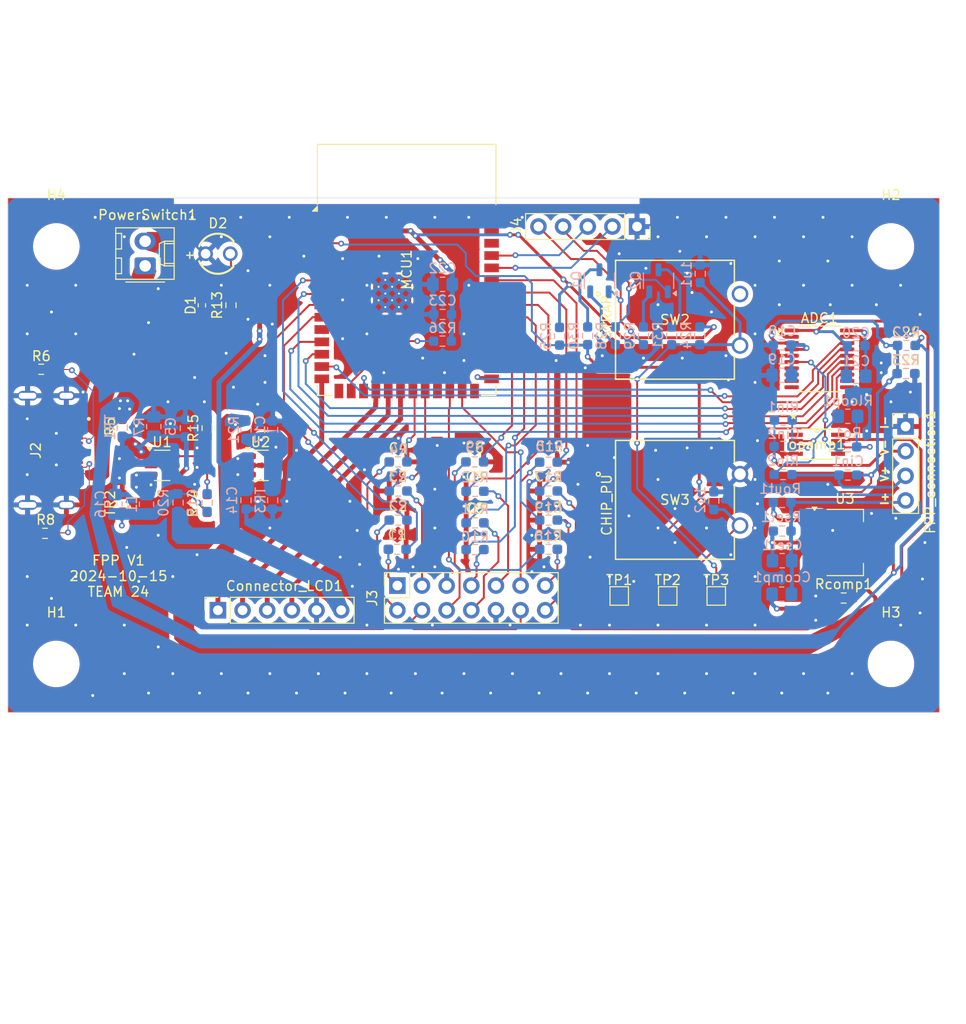
<source format=kicad_pcb>
(kicad_pcb (version 20240108) (generator "pcbnew") (generator_version "8.0")
  (layers (0 "F.Cu" signal) (31 "B.Cu" signal) (34 "B.Paste" user) (35 "F.Paste" user) (36 "B.SilkS" user "B.Silkscreen") (37 "F.SilkS" user "F.Silkscreen") (38 "B.Mask" user) (39 "F.Mask" user) (44 "Edge.Cuts" user))
  (net 0 "")
  (net 1 "ADC_MCLK")
  (net 3 "+1V8")
  (net 5 "ADC_MISO")
  (net 6 "Net-(ADC1-REFIN+)")
  (net 7 "ADC_*CS")
  (net 9 "ADC_SCLK")
  (net 10 "Net-(ADC1-DVDD)")
  (net 13 "ADC_MOSI")
  (net 15 "op-amp+")
  (net 16 "ADC_out")
  (net 17 "SW_0")
  (net 18 "SW_1")
  (net 19 "SW_2")
  (net 20 "SW_3")
  (net 21 "Net-(U1-EN)")
  (net 22 "SW_4")
  (net 23 "SW_5")
  (net 24 "SW_6")
  (net 25 "SW_7")
  (net 26 "SW_8")
  (net 27 "SW_9")
  (net 28 "SW_ENTER")
  (net 29 "SW_MEASURE")
  (net 30 "+3V3")
  (net 31 "Net-(C15-Pad1)")
  (net 32 "Net-(U1-FB)")
  (net 33 "Net-(U2-OUT)")
  (net 34 "Net-(Ccomp1-Pad1)")
  (net 35 "probe_inner_pin1")
  (net 36 "probe_inner_pin2")
  (net 37 "Net-(opamp1-IN+)")
  (net 38 "LCD_MOSI")
  (net 39 "LCD_ss")
  (net 40 "LCD_MISO")
  (net 41 "LCD_SCLK")
  (net 42 "Net-(Cset1-Pad1)")
  (net 43 "+5V")
  (net 44 "Net-(D2-A)")
  (net 45 "Net-(U1-SW)")
  (net 46 "but_5")
  (net 48 "but_3")
  (net 49 "but_1")
  (net 50 "but_9")
  (net 51 "but_8")
  (net 52 "but_6")
  (net 53 "measure")
  (net 54 "but_4")
  (net 55 "but_0")
  (net 56 "but_7")
  (net 57 "enter")
  (net 59 "but_2")
  (net 63 "Net-(opamp1-OUT)")
  (net 64 "Net-(opamp1-IN-)")
  (net 65 "Net-(Rout1-Pad1)")
  (net 68 "GND")
  (net 69 "probe_outer_pin1")
  (net 70 "GPIO0_STRAPPING")
  (net 71 "CHIP_PU")
  (net 72 "DTR")
  (net 73 "esp_rx")
  (net 74 "RTS")
  (net 75 "esp_tx")
  (net 77 "GPIO46_STRAPPING")
  (net 85 "Net-(Q1-B)")
  (net 86 "Net-(Q1-C)")
  (net 87 "Net-(Q2-B)")
  (net 88 "Net-(Q2-C)")
  (net 89 "VGND")
  (net 93 "Net-(J2-CC1)")
  (net 94 "Net-(J2-CC2)")
  (net 95 "Net-(J2-VBUS)")
  (footprint "Resistor_SMD:R_0603_1608Metric_Pad0.98x0.95mm_HandSolder" (layer "F.Cu") (at 151.8875 102.62 180)
    (property "Reference" "C7")
    (property "Value" "1u, 0603")
  )
  (footprint "Resistor_SMD:R_0603_1608Metric_Pad0.98x0.95mm_HandSolder" (layer "F.Cu") (at 143.9645 99.589)
    (property "Reference" "C2")
    (property "Value" "1u, 0603")
  )
  (footprint "Resistor_SMD:R_0603_1608Metric_Pad0.98x0.95mm_HandSolder" (layer "F.Cu") (at 124.29 90.1125 90)
    (property "Reference" "R15")
    (property "Value" "50k, 0603")
  )
  (footprint "Package_TO_SOT_SMD:SOT-23-6" (layer "F.Cu") (at 119.6525 93.95)
    (property "Reference" "U1")
    (property "Value" "TLV62568PDDCR")
  )
  (footprint "Resistor_SMD:R_0603_1608Metric_Pad0.98x0.95mm_HandSolder" (layer "F.Cu") (at 115.54 90.1125 -90)
    (property "Reference" "R5")
    (property "Value" "0, 0603")
  )
  (footprint "Resistor_SMD:R_0603_1608Metric_Pad0.98x0.95mm_HandSolder" (layer "F.Cu") (at 151.866 93.589)
    (property "Reference" "C6")
    (property "Value" "1u, 0603")
  )
  (footprint "Resistor_SMD:R_0603_1608Metric_Pad0.98x0.95mm_HandSolder" (layer "F.Cu") (at 159.4625 93.62)
    (property "Reference" "C10")
    (property "Value" "1u, 0603")
  )
  (footprint "MountingHole:MountingHole_4.3mm_M4" (layer "F.Cu") (at 108.75 114.4)
    (property "Reference" "H1")
    (property "Value" "MountingHole")
  )
  (footprint "Resistor_SMD:R_0603_1608Metric_Pad0.98x0.95mm_HandSolder" (layer "F.Cu") (at 196.298 84.494002)
    (property "Reference" "C25")
    (property "Value" "1u, 0603")
  )
  (footprint "Package_SO:TSSOP-20_4.4x6.5mm_P0.65mm" (layer "F.Cu") (at 187.38 82.978002)
    (property "Reference" "ADC1")
    (property "Value" "MCP3561-E/ST")
  )
  (footprint "Resistor_SMD:R_0402_1005Metric_Pad0.72x0.64mm_HandSolder" (layer "F.Cu") (at 123.746 77.4635 90)
    (property "Reference" "D1")
    (property "Value" "ESD441, 0402")
  )
  (footprint "Resistor_SMD:R_0603_1608Metric_Pad0.98x0.95mm_HandSolder" (layer "F.Cu") (at 126.746 77.4535 90)
    (property "Reference" "R13")
    (property "Value" "470, 0603")
  )
  (footprint "Resistor_SMD:R_0603_1608Metric_Pad0.98x0.95mm_HandSolder" (layer "F.Cu") (at 115.54 97.8625 -90)
    (property "Reference" "TR2")
    (property "Value" "7.5, 0603")
  )
  (footprint "local_footprints:DGK8" (layer "F.Cu") (at 187.1283 91.775001)
    (property "Reference" "opamp1")
    (property "Value" "OPA140AIDGKR")
  )
  (footprint "Resistor_SMD:R_0603_1608Metric_Pad0.98x0.95mm_HandSolder" (layer "F.Cu") (at 159.4645 102.589 180)
    (property "Reference" "C12")
    (property "Value" "1u, 0603")
  )
  (footprint "Resistor_SMD:R_0603_1608Metric_Pad0.98x0.95mm_HandSolder" (layer "F.Cu") (at 143.877 102.589)
    (property "Reference" "C1")
    (property "Value" "1u, 0603")
  )
  (footprint "Connector_PinSocket_2.54mm:PinSocket_1x05_P2.54mm_Vertical" (layer "F.Cu") (at 168.59 69.35 -90)
    (property "Reference" "J4")
    (property "Value" "Conn_01x05_Socket")
  )
  (footprint "Resistor_SMD:R_0603_1608Metric_Pad0.98x0.95mm_HandSolder" (layer "F.Cu") (at 143.9645 96.589 180)
    (property "Reference" "C3")
    (property "Value" "1u, 0603")
  )
  (footprint "Resistor_SMD:R_0603_1608Metric_Pad0.98x0.95mm_HandSolder" (layer "F.Cu") (at 159.4645 99.589 180)
    (property "Reference" "C13")
    (property "Value" "1u, 0603")
  )
  (footprint "Resistor_SMD:R_0603_1608Metric_Pad0.98x0.95mm_HandSolder" (layer "F.Cu") (at 143.9645 93.589)
    (property "Reference" "C4")
    (property "Value" "1u, 0603")
  )
  (footprint "Resistor_SMD:R_0603_1608Metric_Pad0.98x0.95mm_HandSolder" (layer "F.Cu") (at 107.5875 100.95 180)
    (property "Reference" "R8")
    (property "Value" "5.1k, 0603")
  )
  (footprint "TestPoint:TestPoint_Pad_1.5x1.5mm" (layer "F.Cu") (at 176.75 107.4)
    (property "Reference" "TP3")
    (property "Value" "TestPoint")
  )
  (footprint "Resistor_SMD:R_0603_1608Metric_Pad0.98x0.95mm_HandSolder" (layer "F.Cu") (at 189.881 107.613002)
    (property "Reference" "Rcomp1")
    (property "Value" "10, 0603")
  )
  (footprint "TestPoint:TestPoint_Pad_1.5x1.5mm" (layer "F.Cu") (at 171.75 107.4)
    (property "Reference" "TP2")
    (property "Value" "TestPoint")
  )
  (footprint "Resistor_SMD:R_0603_1608Metric_Pad0.98x0.95mm_HandSolder" (layer "F.Cu") (at 159.4645 96.589 180)
    (property "Reference" "C11")
    (property "Value" "1u, 0603")
  )
  (footprint "Resistor_SMD:R_0603_1608Metric_Pad0.98x0.95mm_HandSolder" (layer "F.Cu") (at 196.348 81.594002 180)
    (property "Reference" "C24")
    (property "Value" "1u, 0603")
  )
  (footprint "Resistor_SMD:R_0603_1608Metric_Pad0.98x0.95mm_HandSolder" (layer "F.Cu") (at 151.8875 99.87 180)
    (property "Reference" "C8")
    (property "Value" "1u, 0603")
  )
  (footprint "MountingHole:MountingHole_4.3mm_M4" (layer "F.Cu") (at 194.75 114.4)
    (property "Reference" "H3")
    (property "Value" "MountingHole")
  )
  (footprint "local_footprints:SWITCH_03211B" (layer "F.Cu") (at 179.2 94.85)
    (property "Reference" "SW3")
    (property "Value" "SW_Push")
  )
  (footprint "Connector_Molex:Molex_KK-254_AE-6410-02A_1x02_P2.54mm_Vertical" (layer "F.Cu") (at 117.9 73.4 90)
    (property "Reference" "PowerSwitch1")
    (property "Value" "Conn_01x02")
  )
  (footprint "MountingHole:MountingHole_4.3mm_M4" (layer "F.Cu") (at 108.75 71.4)
    (property "Reference" "H4")
    (property "Value" "MountingHole")
  )
  (footprint "MountingHole:MountingHole_4.3mm_M4" (layer "F.Cu") (at 194.75 71.4)
    (property "Reference" "H2")
    (property "Value" "MountingHole")
  )
  (footprint "TestPoint:TestPoint_Pad_1.5x1.5mm" (layer "F.Cu") (at 166.75 107.4)
    (property "Reference" "TP1")
    (property "Value" "TestPoint")
  )
  (footprint "Package_TO_SOT_SMD:SOT-223-3_TabPin2" (layer "F.Cu") (at 190.0105 101.894002)
    (property "Reference" "U3")
    (property "Value" "LT3092xST")
  )
  (footprint "Connector_PinSocket_2.54mm:PinSocket_1x06_P2.54mm_Vertical" (layer "F.Cu") (at 125.4 108.87 90)
    (property "Reference" "Connector_LCD1")
    (property "Value" "Conn_01x06_Socket")
  )
  (footprint "Connector_PinHeader_2.54mm:PinHeader_1x04_P2.54mm_Vertical" (layer "F.Cu") (at 196.2605 89.944002)
    (property "Reference" "FPP_connection1")
    (property "Value" "Conn_01x04_Pin")
  )
  (footprint "RF_Module:ESP32-S3-WROOM-1" (layer "F.Cu") (at 144.85 73.79)
    (property "Reference" "MCU1")
    (property "Value" "ESP32-S3-WROOM-1")
  )
  (footprint "Connector_PinSocket_2.54mm:PinSocket_2x07_P2.54mm_Vertical" (layer "F.Cu") (at 143.89 106.33 90)
    (property "Reference" "J3")
    (property "Value" "Conn_01x14_Socket")
  )
  (footprint "Resistor_SMD:R_0603_1608Metric_Pad0.98x0.95mm_HandSolder" (layer "F.Cu") (at 124.29 97.8625 90)
    (property "Reference" "R14")
    (property "Value" "226k, 0603")
  )
  (footprint "Package_TO_SOT_SMD:SOT-23-5" (layer "F.Cu") (at 129.79 93.95)
    (property "Reference" "U2")
    (property "Value" "TLV74018PDBVR")
  )
  (footprint "local_footprints:MOLEX_2169900003" (layer "F.Cu") (at 105.7825 92.4 -90)
    (property "Reference" "J2")
    (property "Value" "2169900003")
    (fp_line (start -4.62 2.1) (end 4.62 2.1) (stroke (width 0.01)) (layer "Edge.Cuts"))
  )
  (footprint "Resistor_SMD:R_0603_1608Metric_Pad0.98x0.95mm_HandSolder" (layer "F.Cu") (at 107.1875 84.05 180)
    (property "Reference" "R6")
    (property "Value" "5.1k, 0603")
  )
  (footprint "local_footprints:WL-TMRC_3MM" (layer "F.Cu") (at 125.4 72.15)
    (property "Reference" "D2")
    (property "Value" "GREEN 3MM, ROUND")
  )
  (footprint "Resistor_SMD:R_0603_1608Metric_Pad0.98x0.95mm_HandSolder" (layer "F.Cu") (at 151.8875 96.62 180)
    (property "Reference" "C9")
    (property "Value" "1u, 0603")
  )
  (footprint "local_footprints:SWITCH_03211B" (layer "F.Cu") (at 179.2 76.3)
    (property "Reference" "SW2")
    (property "Value" "SW_Push")
  )
  (footprint "Resistor_SMD:R_0603_1608Metric_Pad0.98x0.95mm_HandSolder" (layer "B.Cu") (at 128.29 97.5375 -90)
    (property "Reference" "C14")
    (property "Value" "1u, 0603")
  )
  (footprint "Resistor_SMD:R_0603_1608Metric_Pad0.98x0.95mm_HandSolder" (layer "B.Cu") (at 191.1675 81.630002)
    (property "Reference" "C20")
    (property "Value" "0.1u, 0603")
  )
  (footprint "Resistor_SMD:R_0603_1608Metric_Pad0.98x0.95mm_HandSolder" (layer "B.Cu") (at 143.9645 96.589 180)
    (property "Reference" "R3")
    (property "Value" "1k, 0603")
  )
  (footprint "Resistor_SMD:R_0603_1608Metric_Pad0.98x0.95mm_HandSolder" (layer "B.Cu") (at 151.8875 102.62 180)
    (property "Reference" "R10")
    (property "Value" "1k, 0603")
  )
  (footprint "Resistor_SMD:R_0603_1608Metric_Pad0.98x0.95mm_HandSolder" (layer "B.Cu") (at 159.4645 99.589 180)
    (property "Reference" "R19")
    (property "Value" "1k, 0603")
  )
  (footprint "Resistor_SMD:R_0805_2012Metric_Pad1.20x1.40mm_HandSolder" (layer "B.Cu") (at 118.79 89.95 90)
    (property "Reference" "R7")
    (property "Value" "499K, 0805")
  )
  (footprint "Resistor_SMD:R_0603_1608Metric_Pad0.98x0.95mm_HandSolder" (layer "B.Cu") (at 151.8875 96.62 180)
    (property "Reference" "R12")
    (property "Value" "1k, 0603")
  )
  (footprint "Resistor_SMD:R_0603_1608Metric_Pad0.98x0.95mm_HandSolder" (layer "B.Cu") (at 163.5 80.6 -90)
    (property "Reference" "R30")
    (property "Value" "10k, 0603")
  )
  (footprint "Resistor_SMD:R_0805_2012Metric_Pad1.20x1.40mm_HandSolder" (layer "B.Cu") (at 114.79 97.95 90)
    (property "Reference" "C16")
    (property "Value" "10u, 0805")
  )
  (footprint "Resistor_SMD:R_0603_1608Metric_Pad0.98x0.95mm_HandSolder" (layer "B.Cu") (at 183.5435 97.763002)
    (property "Reference" "Rout1")
    (property "Value" "1, 0603")
  )
  (footprint "Resistor_SMD:R_0603_1608Metric_Pad0.98x0.95mm_HandSolder" (layer "B.Cu") (at 183.6605 89.294002 180)
    (property "Reference" "Rin1")
    (property "Value" "500, 0603")
  )
  (footprint "Resistor_SMD:R_0603_1608Metric_Pad0.98x0.95mm_HandSolder" (layer "B.Cu") (at 172.15 80.6 -90)
    (property "Reference" "R31")
    (property "Value" "10k, 0603")
  )
  (footprint "Resistor_SMD:R_0603_1608Metric_Pad0.98x0.95mm_HandSolder" (layer "B.Cu") (at 183.5435 100.713002)
    (property "Reference" "Rset1")
    (property "Value" "20k, 0603")
  )
  (footprint "Resistor_SMD:R_0603_1608Metric_Pad0.98x0.95mm_HandSolder" (layer "B.Cu") (at 196.348 81.594002 180)
    (property "Reference" "R22")
    (property "Value" "5.1k, 0603")
  )
  (footprint "Resistor_SMD:R_0805_2012Metric_Pad1.20x1.40mm_HandSolder" (layer "B.Cu") (at 183.5105 84.674002 180)
    (property "Reference" "C19")
    (property "Value" "10u, 0805")
  )
  (footprint "Resistor_SMD:R_0603_1608Metric_Pad0.98x0.95mm_HandSolder" (layer "B.Cu") (at 151.8875 99.87 180)
    (property "Reference" "R11")
    (property "Value" "1k, 0603")
  )
  (footprint "Resistor_SMD:R_0603_1608Metric_Pad0.98x0.95mm_HandSolder" (layer "B.Cu") (at 176.5 97.5875 90)
    (property "Reference" "1u2")
    (property "Value" "1u, 0603")
  )
  (footprint "Resistor_SMD:R_0603_1608Metric_Pad0.98x0.95mm_HandSolder" (layer "B.Cu") (at 159.4625 93.62)
    (property "Reference" "R16")
    (property "Value" "1k, 0603")
  )
  (footprint "Resistor_SMD:R_0603_1608Metric_Pad0.98x0.95mm_HandSolder" (layer "B.Cu") (at 131.04 90.2875 90)
    (property "Reference" "C17")
    (property "Value" "1u, 0603")
  )
  (footprint "Resistor_SMD:R_0603_1608Metric_Pad0.98x0.95mm_HandSolder" (layer "B.Cu") (at 196.298 84.494002)
    (property "Reference" "R23")
    (property "Value" "5.1k, 0603")
  )
  (footprint "Resistor_SMD:R_0603_1608Metric_Pad0.98x0.95mm_HandSolder" (layer "B.Cu") (at 148.55 78.4 180)
    (property "Reference" "C23")
    (property "Value" "0.1u, 0603")
  )
  (footprint "Resistor_SMD:R_0603_1608Metric_Pad0.98x0.95mm_HandSolder" (layer "B.Cu") (at 122.04 90.1125 90)
    (property "Reference" "C5")
    (property "Value" "4.7u, 0603")
  )
  (footprint "Resistor_SMD:R_0805_2012Metric_Pad1.20x1.40mm_HandSolder" (layer "B.Cu") (at 148.55 75.3 180)
    (property "Reference" "C22")
    (property "Value" "10u, 0805")
  )
  (footprint "Resistor_SMD:R_0603_1608Metric_Pad0.98x0.95mm_HandSolder" (layer "B.Cu") (at 151.866 93.589)
    (property "Reference" "R9")
    (property "Value" "1k, 0603")
  )
  (footprint "Resistor_SMD:R_0603_1608Metric_Pad0.98x0.95mm_HandSolder" (layer "B.Cu") (at 131.04 97.5375 90)
    (property "Reference" "TR3")
    (property "Value" "180, 0603")
  )
  (footprint "Resistor_SMD:R_0805_2012Metric_Pad1.20x1.40mm_HandSolder" (layer "B.Cu") (at 191.1605 84.774002)
    (property "Reference" "C21")
    (property "Value" "10u, 0805")
  )
  (footprint "Resistor_SMD:R_0603_1608Metric_Pad0.98x0.95mm_HandSolder" (layer "B.Cu") (at 183.541 81.544002 180)
    (property "Reference" "C18")
    (property "Value" "0.1u, 0603")
  )
  (footprint "Resistor_SMD:R_0805_2012Metric_Pad1.20x1.40mm_HandSolder" (layer "B.Cu") (at 183.4935 107.213002)
    (property "Reference" "Ccomp1")
    (property "Value" "10u, 0805")
  )
  (footprint "Resistor_SMD:R_0603_1608Metric_Pad0.98x0.95mm_HandSolder" (layer "B.Cu") (at 160.6 80.65 90)
    (property "Reference" "R25")
    (property "Value" "100k, 0603")
  )
  (footprint "Resistor_SMD:R_0603_1608Metric_Pad0.98x0.95mm_HandSolder" (layer "B.Cu") (at 169.25 80.6 90)
    (property "Reference" "R29")
    (property "Value" "10k, 0603")
  )
  (footprint "Resistor_SMD:R_0603_1608Metric_Pad0.98x0.95mm_HandSolder" (layer "B.Cu") (at 143.877 102.589)
    (property "Reference" "R1")
    (property "Value" "1k, 0603")
  )
  (footprint "Resistor_SMD:R_0603_1608Metric_Pad0.98x0.95mm_HandSolder" (layer "B.Cu") (at 121.29 97.7875 -90)
    (property "Reference" "R20")
    (property "Value" "0, 0603")
  )
  (footprint "Resistor_SMD:R_0603_1608Metric_Pad0.98x0.95mm_HandSolder" (layer "B.Cu") (at 159.4645 96.589 180)
    (property "Reference" "R17")
    (property "Value" "1k, 0603")
  )
  (footprint "Resistor_SMD:R_0603_1608Metric_Pad0.98x0.95mm_HandSolder" (layer "B.Cu") (at 190.3105 92.044002 180)
    (property "Reference" "Ro1")
    (property "Value" "500, 0603")
  )
  (footprint "Resistor_SMD:R_0603_1608Metric_Pad0.98x0.95mm_HandSolder" (layer "B.Cu") (at 128.29 90.2875 90)
    (property "Reference" "R21")
    (property "Value" "0, 0603")
  )
  (footprint "Resistor_SMD:R_0603_1608Metric_Pad0.98x0.95mm_HandSolder" (layer "B.Cu") (at 143.9645 93.589)
    (property "Reference" "R4")
    (property "Value" "1k, 0603")
  )
  (footprint "Resistor_SMD:R_0805_2012Metric_Pad1.20x1.40mm_HandSolder" (layer "B.Cu") (at 183.5435 103.763002)
    (property "Reference" "Cset1")
    (property "Value" "10u, 0805")
  )
  (footprint "Resistor_SMD:R_0603_1608Metric_Pad0.98x0.95mm_HandSolder" (layer "B.Cu") (at 190.3105 94.944002 180)
    (property "Reference" "Cin1")
    (property "Value" "0.047u, 0603")
  )
  (footprint "Resistor_SMD:R_0603_1608Metric_Pad0.98x0.95mm_HandSolder" (layer "B.Cu") (at 124.29 97.7875 90)
    (property "Reference" "C15")
    (property "Value" "6.8p, 0603")
  )
  (footprint "Resistor_SMD:R_0805_2012Metric_Pad1.20x1.40mm_HandSolder" (layer "B.Cu") (at 190.3105 88.894002)
    (property "Reference" "Rloop1")
    (property "Value" "25k, 0805")
  )
  (footprint "Package_TO_SOT_SMD:SOT-23-3" (layer "B.Cu") (at 170.8 74.9375 90)
    (property "Reference" "Q2")
    (property "Value" "S8050")
  )
  (footprint "Resistor_SMD:R_0603_1608Metric_Pad0.98x0.95mm_HandSolder" (layer "B.Cu") (at 148.5375 81.15)
    (property "Reference" "R26")
    (property "Value" "1k, 0603")
  )
  (footprint "Resistor_SMD:R_0603_1608Metric_Pad0.98x0.95mm_HandSolder" (layer "B.Cu") (at 166.35 80.6 -90)
    (property "Reference" "R28")
    (property "Value" "10k, 0603")
  )
  (footprint "Resistor_SMD:R_0603_1608Metric_Pad0.98x0.95mm_HandSolder" (layer "B.Cu") (at 115.54 90.0375 90)
    (property "Reference" "TR1")
    (property "Value" "10, 0603")
  )
  (footprint "Resistor_SMD:R_0603_1608Metric_Pad0.98x0.95mm_HandSolder" (layer "B.Cu") (at 183.6355 94.894002 180)
    (property "Reference" "Rin2")
    (property "Value" "500, 0603")
  )
  (footprint "Resistor_SMD:R_0603_1608Metric_Pad0.98x0.95mm_HandSolder" (layer "B.Cu") (at 175.05 80.6 90)
    (property "Reference" "R24")
    (property "Value" "100k, 0603")
  )
  (footprint "Package_TO_SOT_SMD:SOT-23-3" (layer "B.Cu") (at 164.7125 74.9375 90)
    (property "Reference" "Q1")
    (property "Value" "S8050")
  )
  (footprint "Resistor_SMD:R_0805_2012Metric_Pad1.20x1.40mm_HandSolder" (layer "B.Cu") (at 118.04 97.95 -90)
    (property "Reference" "L1")
    (property "Value" "2.2u, 0805" (hide yes))
  )
  (footprint "Resistor_SMD:R_0603_1608Metric_Pad0.98x0.95mm_HandSolder" (layer "B.Cu") (at 159.4645 102.589 180)
    (property "Reference" "R18")
    (property "Value" "1k, 0603")
  )
  (footprint "Resistor_SMD:R_0603_1608Metric_Pad0.98x0.95mm_HandSolder" (layer "B.Cu") (at 143.9645 99.589)
    (property "Reference" "R2")
    (property "Value" "1k, 0603")
  )
  (footprint "Resistor_SMD:R_0603_1608Metric_Pad0.98x0.95mm_HandSolder" (layer "B.Cu") (at 175.1 74.2125 90)
    (property "Reference" "1u1")
    (property "Value" "1u, 0603")
  )
  (footprint "Resistor_SMD:R_0603_1608Metric_Pad0.98x0.95mm_HandSolder" (layer "B.Cu") (at 183.6355 91.994002)
    (property "Reference" "Cin2")
    (property "Value" "0.047u, 0603")
  )
  (gr_poly (pts (xy 115.8 89.55) (xy 116.3 88.9) (xy 120.6 85.5) (xy 126.7 79.6) (xy 120.3 77.8) (xy 114.95 87.15) (xy 115.15 89.5)) (stroke (width 0.2)) (fill solid) (layer "F.Cu") (net 43))
  (gr_poly (pts (xy 119 92.7) (xy 117.7 91.95) (xy 116 90.7) (xy 115.25 90.7) (xy 115.25 91.45) (xy 117.25 93.2) (xy 119 93.2)) (stroke (width 0.2)) (fill solid) (layer "F.Cu") (net 21))
  (gr_poly (pts (xy 118.5 94.7) (xy 117.75 94.7) (xy 117 94.7) (xy 116.5 94.95) (xy 116.5 96.2) (xy 117 96.7) (xy 118.75 96.7) (xy 119 96.2) (xy 119 94.95)) (stroke (width 0.2)) (fill solid) (layer "F.Cu") (net 45))
  (gr_poly (pts (xy 111.8 94.55) (xy 111.8 95) (xy 112.1 95.4) (xy 113.7 95.4) (xy 114.1 95.05) (xy 114.1 94.05) (xy 112.95 94.05) (xy 112.3 94.5)) (stroke (width 0.2)) (fill solid) (layer "F.Cu") (net 95))
  (gr_poly (pts (xy 128.25 89.8) (xy 127.55 89.9) (xy 126.65 90.5) (xy 127 102.85) (xy 123.5 106.95) (xy 123.5 104.55) (xy 125.75 102.05) (xy 125.4 89.55) (xy 126.3 88.75) (xy 128.5 88.9)) (stroke (width 0.2)) (fill solid) (layer "F.Cu") (net 3))
  (gr_poly (pts (xy 131.5 93.2) (xy 132 92.7) (xy 132 91.2) (xy 131.75 90.95) (xy 129.75 90.95) (xy 129.5 91.2) (xy 129.5 92.2) (xy 130.25 92.95)) (stroke (width 0.2)) (fill solid) (layer "F.Cu") (net 33))
  (gr_poly (pts (xy 124.3 92.6) (xy 124.3 93.35) (xy 123.95 93)) (stroke (width 0.2)) (fill solid) (layer "F.Cu") (net 32))
  (gr_poly (pts (xy 186.35 111.55) (xy 193.3 107.95) (xy 194.1105 108.194002) (xy 195 108.5) (xy 191.15 110.7) (xy 186.3105 113.344002)) (stroke (width 0.2)) (fill solid) (layer "F.Cu") (net 3))
  (gr_poly (pts (xy 114.1 94.19419) (xy 114.35 87.4) (xy 118.95 73.95) (xy 116.95 73.4) (xy 111.9 88.09419) (xy 111.85 89.54419) (xy 111.85 90.25) (xy 112.75 90.89419) (xy 112.8 94.19419)) (stroke (width 0.2)) (fill solid) (layer "F.Cu") (net 95))
  (gr_poly (pts (xy 127.25 78.2) (xy 126.85 77.85) (xy 124.05 77.8) (xy 123.5 77.7) (xy 123 77.55) (xy 122.75 77.1) (xy 122.35 71.35) (xy 120.45 70.05) (xy 118.15 70) (xy 118.1 71.7) (xy 120 72.25) (xy 120.3 77.8) (xy 121.35 79.25) (xy 121.65 79.6) (xy 126.7 79.6) (xy 127.2 79.25)) (stroke (width 0.2)) (fill solid) (layer "F.Cu") (net 43))
  (gr_poly (pts (xy 123.5 104.55) (xy 120.8 107) (xy 121 111.8) (xy 122.5 113.25) (xy 186.35 113.35) (xy 186.35 111.55) (xy 123.45 111.5) (xy 122.85 110.8) (xy 122.85 107.75) (xy 123.5 106.95)) (stroke (width 0.2)) (fill solid) (layer "F.Cu") (net 3))
  (gr_poly (pts (xy 118.5 94.7) (xy 117.75 94.7) (xy 117 94.7) (xy 116.5 94.95) (xy 116.5 96.2) (xy 117.5 97.2) (xy 118.75 97.2) (xy 119 96.2) (xy 119 94.7)) (stroke (width 0.2)) (fill solid) (layer "B.Cu") (net 45))
  (gr_poly (pts (xy 114.1 92.55) (xy 113.3 98.8) (xy 115.9 107.4) (xy 123.55 111.45) (xy 123.55 112.7) (xy 114.6 108.4) (xy 112.25 98.95) (xy 112.95 92.45)) (stroke (width 0.2)) (fill solid) (layer "B.Cu") (net 43))
  (gr_poly (pts (xy 131.75 90.45) (xy 132.5 91.2) (xy 129.7 92.4) (xy 127.9 91.6) (xy 127.95 90.8)) (stroke (width 0.2)) (fill solid) (layer "B.Cu") (net 33))
  (gr_poly (pts (xy 132 93.2) (xy 132.5 92.7) (xy 132.5 91.2) (xy 132.25 90.95) (xy 130.25 92.2) (xy 130.25 93.2)) (stroke (width 0.2)) (fill solid) (layer "B.Cu") (net 33))
  (gr_poly (pts (xy 187 111.45) (xy 189.4 110.75) (xy 188.4 112.25) (xy 187.15 112.75)) (stroke (width 0.2)) (fill solid) (layer "B.Cu") (net 43))
  (gr_poly (pts (xy 123.55 111.45) (xy 187.15 111.45) (xy 187.15 112.75) (xy 123.55 112.7)) (stroke (width 0.2)) (fill solid) (layer "B.Cu") (net 43))
  (gr_poly (pts (xy 121.75 98.45) (xy 122.25 98.95) (xy 122.25 99.95) (xy 122.75 100.45) (xy 125.25 100.45) (xy 125.75 99.95) (xy 125.75 93.95) (xy 128 92.7) (xy 129 92.7) (xy 129 96.45) (xy 128.75 96.95) (xy 128 96.95) (xy 127.5 97.2) (xy 127.5 100.45) (xy 126 101.95) (xy 121.25 101.95) (xy 120.75 101.45) (xy 120.75 98.45)) (stroke (width 0.2)) (fill solid) (layer "B.Cu") (net 30))
  (gr_poly (pts (xy 131.5 96.95) (xy 131.75 96.7) (xy 132 93.2) (xy 130.25 93.2) (xy 130.25 96.7) (xy 130.5 96.95)) (stroke (width 0.2)) (fill solid) (layer "B.Cu") (net 33))
  (gr_poly (pts (xy 115.35 89.35) (xy 114.55 89.9) (xy 114.1 92.45) (xy 112.95 92.35) (xy 113.4 88.15) (xy 114.85 87.05) (xy 116.15 87) (xy 116.7 87.55) (xy 116.4 88.6) (xy 115.95 89.3)) (stroke (width 0.2)) (fill solid) (layer "B.Cu") (net 43))
  (gr_poly (pts (xy 127.5 100.45) (xy 137.55 105.55) (xy 138.8 108.8) (xy 137.3 108.95) (xy 136 106.65) (xy 126 101.95)) (stroke (width 0.2)) (fill solid) (layer "B.Cu") (net 30))
  (gr_poly (pts (xy 128.3 89.75) (xy 127.1 90.2) (xy 126.2 89.75) (xy 126.2 89.2) (xy 126.75 88.7) (xy 128.5 88.95) (xy 128.3 89.75)) (stroke (width 0.2)) (fill solid) (layer "B.Cu") (net 3))
  (gr_poly (pts (xy 114.25 98.45) (xy 118.75 98.45) (xy 120.25 96.7) (xy 121 96.45) (xy 121 97.2) (xy 120.25 98.2) (xy 119 99.45) (xy 114.25 99.45)) (stroke (width 0.2)) (fill solid) (layer "B.Cu") (net 31))
  (gr_poly (pts (xy 130 91.95) (xy 131 92.2) (xy 130.5 93.2) (xy 129.25 92.2)) (stroke (width 0.2)) (fill solid) (layer "B.Cu") (net 33))
  (gr_rect (start 103.75 66.4) (end 199.75 119.4) (stroke (width 0.05)) (fill none) (layer "Edge.Cuts"))
  (gr_text "I+  V+  V-  I-" (at 194.55 98.15 90) (layer "F.SilkS") (effects (font (size 0.75 0.75) (thickness 0.1875) (bold yes)) (justify left bottom)))
  (gr_text "CHIP_PU" (at 166.05 101.3 90) (layer "F.SilkS") (effects (font (size 1 1)) (justify left bottom)))
  (gr_text "FPP V1\n2024-10-15\nTEAM 24\n" (at 115.15 107.55 0) (layer "F.SilkS") (effects (font (size 1 1)) (justify bottom)))
  (gr_text "STRAP" (at 166.05 81.05 90) (layer "F.SilkS") (effects (font (size 1 1)) (justify left bottom)))
  (segment (start 189.496998 81.353002) (end 186.7 84.15) (width 0.2) (layer "F.Cu") (net 1))
  (segment (start 186.7 84.15) (end 186.7 85.254502) (width 0.2) (layer "F.Cu") (net 1))
  (segment (start 177.6605 86.844002) (end 177.6105 86.794002) (width 0.2) (layer "F.Cu") (net 1))
  (segment (start 185.1105 86.844002) (end 177.6605 86.844002) (width 0.2) (layer "F.Cu") (net 1))
  (segment (start 136.1 83.77) (end 137.52 83.77) (width 0.2) (layer "F.Cu") (net 1))
  (segment (start 186.7 85.254502) (end 185.1105 86.844002) (width 0.2) (layer "F.Cu") (net 1))
  (segment (start 137.52 83.77) (end 137.6 83.85) (width 0.2) (layer "F.Cu") (net 1))
  (segment (start 190.2425 81.353002) (end 189.496998 81.353002) (width 0.2) (layer "F.Cu") (net 1))
  (via (at 177.6105 86.794002) (size 0.6) (drill 0.3) (layers "F.Cu" "B.Cu") (net 1))
  (via (at 137.6 83.85) (size 0.6) (drill 0.3) (layers "F.Cu" "B.Cu") (net 1))
  (segment (start 162.844002 86.794002) (end 177.6105 86.794002) (width 0.2) (layer "B.Cu") (net 1))
  (segment (start 162.8 86.75) (end 162.844002 86.794002) (width 0.2) (layer "B.Cu") (net 1))
  (segment (start 162.8 86.75) (end 140.5 86.75) (width 0.2) (layer "B.Cu") (net 1))
  (segment (start 140.5 86.75) (end 137.6 83.85) (width 0.2) (layer "B.Cu") (net 1))
  (segment (start 186.8605 105.505002) (end 188.9685 107.613002) (width 0.4) (layer "F.Cu") (net 3))
  (segment (start 195.8605 102.303356) (end 195.8605 102.394002) (width 0.3) (layer "F.Cu") (net 3))
  (segment (start 198.5605 99.603356) (end 195.8605 102.303356) (width 0.3) (layer "F.Cu") (net 3))
  (segment (start 195.8605 102.303356) (end 195.8605 107.558739) (width 0.3) (layer "F.Cu") (net 3))
  (segment (start 187.0605 80.174002) (end 188.1405 79.094002) (width 0.3) (layer "F.Cu") (net 3))
  (segment (start 189.765321 104.194002) (end 193.15 107.578681) (width 0.4) (layer "F.Cu") (net 3))
  (segment (start 188.1405 79.094002) (end 197.1105 79.094002) (width 0.3) (layer "F.Cu") (net 3))
  (segment (start 191.679502 109.7) (end 190.6855 110.694002) (width 0.3) (layer "F.Cu") (net 3))
  (segment (start 186.9395 80.053002) (end 187.0605 80.174002) (width 0.3) (layer "F.Cu") (net 3))
  (segment (start 198.5605 80.544002) (end 198.5605 99.603356) (width 0.3) (layer "F.Cu") (net 3))
  (segment (start 184.5175 80.053002) (end 186.9395 80.053002) (width 0.3) (layer "F.Cu") (net 3))
  (segment (start 193.15 107.578681) (end 193.15 109.383502) (width 0.4) (layer "F.Cu") (net 3))
  (segment (start 195.8605 107.558739) (end 194.919239 108.5) (width 0.3) (layer "F.Cu") (net 3))
  (segment (start 194.919239 108.5) (end 192.652251 108.5) (width 0.3) (layer "F.Cu") (net 3))
  (segment (start 192.652251 108.5) (end 190.55525 110.597001) (width 0.3) (layer "F.Cu") (net 3))
  (segment (start 186.8605 104.194002) (end 186.8605 105.505002) (width 0.4) (layer "F.Cu") (net 3))
  (segment (start 197.1105 79.094002) (end 198.5605 80.544002) (width 0.3) (layer "F.Cu") (net 3))
  (segment (start 186.8605 104.194002) (end 189.765321 104.194002) (width 0.4) (layer "F.Cu") (net 3))
  (via (at 187.0605 80.174002) (size 0.6) (drill 0.3) (layers "F.Cu" "B.Cu") (net 3))
  (via (at 126.55 89.2) (size 0.6) (drill 0.3) (layers "F.Cu" "B.Cu") (net 3))
  (via (at 127.2 89.75) (size 0.6) (drill 0.3) (layers "F.Cu" "B.Cu") (net 3))
  (segment (start 190.2165 81.630002) (end 188.7605 80.174002) (width 0.3) (layer "B.Cu") (net 3))
  (segment (start 190.1605 84.774002) (end 190.1605 81.724502) (width 0.4) (layer "B.Cu") (net 3))
  (segment (start 127.35 89.45) (end 126.802305 88.902305) (width 0.5) (layer "B.Cu") (net 3))
  (segment (start 188.7605 80.174002) (end 187.0605 80.174002) (width 0.3) (layer "B.Cu") (net 3))
  (segment (start 190.1605 81.724502) (end 190.255 81.630002) (width 0.4) (layer "B.Cu") (net 3))
  (segment (start 190.255 81.630002) (end 190.2165 81.630002) (width 0.3) (layer "B.Cu") (net 3))
  (segment (start 187.75 85.904502) (end 185.5105 88.144002) (width 0.2) (layer "F.Cu") (net 5))
  (segment (start 177.7105 88.144002) (end 177.6605 88.094002) (width 0.2) (layer "F.Cu") (net 5))
  (segment (start 135.15 82.5) (end 136.1 82.5) (width 0.2) (layer "F.Cu") (net 5))
  (segment (start 189.546998 82.653002) (end 187.75 84.45) (width 0.2) (layer "F.Cu") (net 5))
  (segment (start 134.45 83.2) (end 135.15 82.5) (width 0.2) (layer "F.Cu") (net 5))
  (segment (start 187.75 84.45) (end 187.75 85.904502) (width 0.2) (layer "F.Cu") (net 5))
  (segment (start 185.5105 88.144002) (end 177.7105 88.144002) (width 0.2) (layer "F.Cu") (net 5))
  (segment (start 190.2425 82.653002) (end 189.546998 82.653002) (width 0.2) (layer "F.Cu") (net 5))
  (via (at 134.45 83.2) (size 0.6) (drill 0.3) (layers "F.Cu" "B.Cu") (net 5))
  (via (at 177.6605 88.094002) (size 0.6) (drill 0.3) (layers "F.Cu" "B.Cu") (net 5))
  (segment (start 134.45 85.55) (end 136.95 88.05) (width 0.2) (layer "B.Cu") (net 5))
  (segment (start 177.616498 88.05) (end 177.6605 88.094002) (width 0.2) (layer "B.Cu") (net 5))
  (segment (start 136.95 88.05) (end 177.616498 88.05) (width 0.2) (layer "B.Cu") (net 5))
  (segment (start 134.45 83.2) (end 134.45 85.55) (width 0.2) (layer "B.Cu") (net 5))
  (segment (start 184.5175 82.003002) (end 185.9315 82.003002) (width 0.3) (layer "F.Cu") (net 6))
  (segment (start 185.9315 82.003002) (end 186.0605 81.874002) (width 0.3) (layer "F.Cu") (net 6))
  (via (at 186.0605 81.874002) (size 0.6) (drill 0.3) (layers "F.Cu" "B.Cu") (net 6))
  (segment (start 185.7305 81.544002) (end 186.0605 81.874002) (width 0.4) (layer "B.Cu") (net 6))
  (segment (start 184.5105 81.601002) (end 184.4535 81.544002) (width 0.4) (layer "B.Cu") (net 6))
  (segment (start 184.4535 81.544002) (end 185.7305 81.544002) (width 0.4) (layer "B.Cu") (net 6))
  (segment (start 184.5105 84.674002) (end 184.5105 81.601002) (width 0.4) (layer "B.Cu") (net 6))
  (segment (start 136.08 74.9) (end 136.1 74.88) (width 0.2) (layer "F.Cu") (net 7))
  (segment (start 178.1605 90.144002) (end 177.7605 90.544002) (width 0.2) (layer "F.Cu") (net 7))
  (segment (start 189.1605 84.947503) (end 189.1605 87.194002) (width 0.2) (layer "F.Cu") (net 7))
  (segment (start 186.2105 90.144002) (end 178.6605 90.144002) (width 0.2) (layer "F.Cu") (net 7))
  (segment (start 190.2425 84.603002) (end 189.505001 84.603002) (width 0.2) (layer "F.Cu") (net 7))
  (segment (start 189.1605 87.194002) (end 186.2105 90.144002) (width 0.2) (layer "F.Cu") (net 7))
  (segment (start 189.505001 84.603002) (end 189.1605 84.947503) (width 0.2) (layer "F.Cu") (net 7))
  (segment (start 178.6605 90.144002) (end 178.1605 90.144002) (width 0.2) (layer "F.Cu") (net 7))
  (segment (start 134.15 74.9) (end 136.08 74.9) (width 0.2) (layer "F.Cu") (net 7))
  (via (at 177.7605 90.544002) (size 0.6) (drill 0.3) (layers "F.Cu" "B.Cu") (net 7))
  (via (at 134.15 74.9) (size 0.6) (drill 0.3) (layers "F.Cu" "B.Cu") (net 7))
  (segment (start 177.716498 90.5) (end 177.7605 90.544002) (width 0.2) (layer "B.Cu") (net 7))
  (segment (start 132.1 76.95) (end 132.1 86.3) (width 0.2) (layer "B.Cu") (net 7))
  (segment (start 134.15 74.9) (end 132.1 76.95) (width 0.2) (layer "B.Cu") (net 7))
  (segment (start 132.1 86.3) (end 136.3 90.5) (width 0.2) (layer "B.Cu") (net 7))
  (segment (start 136.3 90.5) (end 177.716498 90.5) (width 0.2) (layer "B.Cu") (net 7))
  (segment (start 177.7605 89.594002) (end 186.0105 89.594002) (width 0.2) (layer "F.Cu") (net 9))
  (segment (start 186.0105 89.594002) (end 188.7 86.904502) (width 0.2) (layer "F.Cu") (net 9))
  (segment (start 177.713715 89.647217) (end 177.7105 89.644002) (width 0.2) (layer "F.Cu") (net 9))
  (segment (start 188.7 86.904502) (end 188.7 84.758003) (width 0.2) (layer "F.Cu") (net 9))
  (segment (start 177.713715 89.692233) (end 177.713715 89.647217) (width 0.2) (layer "F.Cu") (net 9))
  (segment (start 189.505001 83.953002) (end 190.2425 83.953002) (width 0.2) (layer "F.Cu") (net 9))
  (segment (start 136.1 81.23) (end 133.87 81.23) (width 0.2) (layer "F.Cu") (net 9))
  (segment (start 177.7105 89.644002) (end 177.7605 89.594002) (width 0.2) (layer "F.Cu") (net 9))
  (segment (start 188.7 84.758003) (end 189.505001 83.953002) (width 0.2) (layer "F.Cu") (net 9))
  (segment (start 133.87 81.23) (end 132.95 82.15) (width 0.2) (layer "F.Cu") (net 9))
  (via (at 177.713715 89.692233) (size 0.6) (drill 0.3) (layers "F.Cu" "B.Cu") (net 9))
  (via (at 132.95 82.15) (size 0.6) (drill 0.3) (layers "F.Cu" "B.Cu") (net 9))
  (segment (start 132.95 82.15) (end 132.85 82.25) (width 0.2) (layer "B.Cu") (net 9))
  (segment (start 136.398231 89.648231) (end 177.669713 89.648231) (width 0.2) (layer "B.Cu") (net 9))
  (segment (start 177.669713 89.648231) (end 177.713715 89.692233) (width 0.2) (layer "B.Cu") (net 9))
  (segment (start 132.85 82.25) (end 132.85 86.1) (width 0.2) (layer "B.Cu") (net 9))
  (segment (start 132.85 86.1) (end 136.398231 89.648231) (width 0.2) (layer "B.Cu") (net 9))
  (segment (start 191.8105 80.074002) (end 192.0105 80.274002) (width 0.3) (layer "F.Cu") (net 10))
  (segment (start 190.2895 80.053002) (end 190.3105 80.074002) (width 0.3) (layer "F.Cu") (net 10))
  (segment (start 190.3105 80.074002) (end 191.8105 80.074002) (width 0.3) (layer "F.Cu") (net 10))
  (segment (start 190.2425 80.053002) (end 190.2895 80.053002) (width 0.3) (layer "F.Cu") (net 10))
  (via (at 192.0105 80.274002) (size 0.6) (drill 0.3) (layers "F.Cu" "B.Cu") (net 10))
  (segment (start 192.1605 84.774002) (end 192.1605 81.710502) (width 0.3) (layer "B.Cu") (net 10))
  (segment (start 192.08 80.343502) (end 192.0105 80.274002) (width 0.3) (layer "B.Cu") (net 10))
  (segment (start 192.1605 81.710502) (end 192.08 81.630002) (width 0.3) (layer "B.Cu") (net 10))
  (segment (start 192.08 81.630002) (end 192.08 80.343502) (width 0.3) (layer "B.Cu") (net 10))
  (segment (start 188.25 86.304502) (end 185.6605 88.894002) (width 0.2) (layer "F.Cu") (net 13))
  (segment (start 188.25 86.304502) (end 188.25 84.558003) (width 0.2) (layer "F.Cu") (net 13))
  (segment (start 188.25 84.558003) (end 189.505001 83.303002) (width 0.2) (layer "F.Cu") (net 13))
  (segment (start 185.6605 88.894002) (end 177.6605 88.894002) (width 0.2) (layer "F.Cu") (net 13))
  (segment (start 134.25 76.3) (end 135.95 76.3) (width 0.2) (layer "F.Cu") (net 13))
  (segment (start 135.95 76.3) (end 136.1 76.15) (width 0.2) (layer "F.Cu") (net 13))
  (segment (start 189.505001 83.303002) (end 190.2425 83.303002) (width 0.2) (layer "F.Cu") (net 13))
  (via (at 177.6605 88.894002) (size 0.6) (drill 0.3) (layers "F.Cu" "B.Cu") (net 13))
  (via (at 134.25 76.3) (size 0.6) (drill 0.3) (layers "F.Cu" "B.Cu") (net 13))
  (segment (start 133.7 85.8) (end 136.75 88.85) (width 0.2) (layer "B.Cu") (net 13))
  (segment (start 177.616498 88.85) (end 177.6605 88.894002) (width 0.2) (layer "B.Cu") (net 13))
  (segment (start 134.25 76.3) (end 133.7 76.85) (width 0.2) (layer "B.Cu") (net 13))
  (segment (start 133.7 76.85) (end 133.7 85.8) (width 0.2) (layer "B.Cu") (net 13))
  (segment (start 136.75 88.85) (end 177.616498 88.85) (width 0.2) (layer "B.Cu") (net 13))
  (segment (start 186.453002 83.303002) (end 186.5 83.35) (width 0.2) (layer "F.Cu") (net 15))
  (segment (start 187.95 91.25) (end 187.95 89.35) (width 0.2) (layer "F.Cu") (net 15))
  (segment (start 184.5175 83.303002) (end 186.453002 83.303002) (width 0.2) (layer "F.Cu") (net 15))
  (segment (start 187.95 89.35) (end 188 89.3) (width 0.2) (layer "F.Cu") (net 15))
  (via (at 187.95 91.25) (size 0.6) (drill 0.3) (layers "F.Cu" "B.Cu") (net 15))
  (via (at 186.5 83.35) (size 0.6) (drill 0.3) (layers "F.Cu" "B.Cu") (net 15))
  (via (at 188 89.3) (size 0.6) (drill 0.3) (layers "F.Cu" "B.Cu") (net 15))
  (segment (start 188 84.85) (end 186.5 83.35) (width 0.2) (layer "B.Cu") (net 15))
  (segment (start 188.344002 92.044002) (end 187.95 91.65) (width 0.2) (layer "B.Cu") (net 15))
  (segment (start 189.398 92.044002) (end 188.344002 92.044002) (width 0.2) (layer "B.Cu") (net 15))
  (segment (start 187.95 91.65) (end 187.95 91.25) (width 0.2) (layer "B.Cu") (net 15))
  (segment (start 188 89.3) (end 188 84.85) (width 0.2) (layer "B.Cu") (net 15))
  (segment (start 185.3605 87.444002) (end 177.411971 87.444002) (width 0.2) (layer "F.Cu") (net 16))
  (segment (start 187.25 85.554502) (end 185.3605 87.444002) (width 0.2) (layer "F.Cu") (net 16))
  (segment (start 189.505001 82.003002) (end 187.25 84.258003) (width 0.2) (layer "F.Cu") (net 16))
  (segment (start 187.25 84.258003) (end 187.25 85.554502) (width 0.2) (layer "F.Cu") (net 16))
  (segment (start 190.2425 82.003002) (end 189.505001 82.003002) (width 0.2) (layer "F.Cu") (net 16))
  (segment (start 140.45 84.95) (end 140.45 86.245) (width 0.2) (layer "F.Cu") (net 16))
  (segment (start 140.45 86.245) (end 140.405 86.29) (width 0.2) (layer "F.Cu") (net 16))
  (segment (start 177.411971 87.444002) (end 176.161971 86.194002) (width 0.2) (layer "F.Cu") (net 16))
  (via (at 176.1605 86.194002) (size 0.6) (drill 0.3) (layers "F.Cu" "B.Cu") (net 16))
  (via (at 140.45 84.95) (size 0.6) (drill 0.3) (layers "F.Cu" "B.Cu") (net 16))
  (segment (start 140.45 85.45) (end 140.6 85.6) (width 0.2) (layer "B.Cu") (net 16))
  (segment (start 141.05 86.15) (end 176.116498 86.15) (width 0.2) (layer "B.Cu") (net 16))
  (segment (start 140.6 85.6) (end 140.6 85.7) (width 0.2) (layer "B.Cu") (net 16))
  (segment (start 140.45 84.95) (end 140.45 85.45) (width 0.2) (layer "B.Cu") (net 16))
  (segment (start 176.116498 86.15) (end 176.1605 86.194002) (width 0.2) (layer "B.Cu") (net 16))
  (segment (start 140.6 85.7) (end 141.05 86.15) (width 0.2) (layer "B.Cu") (net 16))
  (segment (start 142.9645 102.589) (end 142.9645 105.4045) (width 0.2) (layer "F.Cu") (net 17))
  (segment (start 142.9645 105.4045) (end 143.89 106.33) (width 0.2) (layer "F.Cu") (net 17))
  (via (at 142.9645 103.87) (size 0.6) (drill 0.3) (layers "F.Cu" "B.Cu") (net 17))
  (segment (start 142.9645 103.87) (end 142.9645 102.589) (width 0.2) (layer "B.Cu") (net 17))
  (segment (start 141.8 106.78) (end 143.89 108.87) (width 0.2) (layer "F.Cu") (net 18))
  (segment (start 141.8 100.841) (end 141.8 106.78) (width 0.2) (layer "F.Cu") (net 18))
  (segment (start 143.052 99.589) (end 141.8 100.841) (width 0.2) (layer "F.Cu") (net 18))
  (via (at 141.8 100.841) (size 0.6) (drill 0.3) (layers "F.Cu" "B.Cu") (net 18))
  (segment (start 141.8 100.841) (end 143.052 99.589) (width 0.2) (layer "B.Cu") (net 18))
  (segment (start 144.877 96.589) (end 146.43 98.142) (width 0.2) (layer "F.Cu") (net 19))
  (segment (start 146.43 98.142) (end 146.43 106.33) (width 0.2) (layer "F.Cu") (net 19))
  (via (at 145.854 97.566) (size 0.6) (drill 0.3) (layers "F.Cu" "B.Cu") (net 19))
  (segment (start 145.854 97.566) (end 144.877 96.589) (width 0.2) (layer "B.Cu") (net 19))
  (segment (start 143.052 93.589) (end 142.0355 94.6055) (width 0.2) (layer "F.Cu") (net 20))
  (segment (start 144.93 110.37) (end 146.43 108.87) (width 0.2) (layer "F.Cu") (net 20))
  (segment (start 140.8 95.841) (end 140.8 108.12) (width 0.2) (layer "F.Cu") (net 20))
  (segment (start 142.0355 94.6055) (end 140.8 95.841) (width 0.2) (layer "F.Cu") (net 20))
  (segment (start 143.05 110.37) (end 144.93 110.37) (width 0.2) (layer "F.Cu") (net 20))
  (segment (start 140.8 108.12) (end 143.05 110.37) (width 0.2) (layer "F.Cu") (net 20))
  (via (at 142.0355 94.6055) (size 0.6) (drill 0.3) (layers "F.Cu" "B.Cu") (net 20))
  (segment (start 142.0355 94.6055) (end 143.052 93.589) (width 0.2) (layer "B.Cu") (net 20))
  (segment (start 116.6865 92.1715) (end 115.54 91.025) (width 0.2) (layer "F.Cu") (net 21))
  (segment (start 118.515 93) (end 117.515 93) (width 0.2) (layer "F.Cu") (net 21))
  (segment (start 121.5 94.9) (end 122.15 94.25) (width 0.5) (layer "F.Cu") (net 21))
  (segment (start 120.79 94.9) (end 121.5 94.9) (width 0.5) (layer "F.Cu") (net 21))
  (segment (start 117.515 93) (end 116.6865 92.1715) (width 0.2) (layer "F.Cu") (net 21))
  (via (at 117.5 92.55) (size 0.6) (drill 0.3) (layers "F.Cu" "B.Cu") (net 21))
  (via (at 116.9 91.75) (size 0.6) (drill 0.3) (layers "F.Cu" "B.Cu") (net 21))
  (via (at 122.15 94.25) (size 0.6) (drill 0.3) (layers "F.Cu" "B.Cu") (net 21))
  (segment (start 117.3 92.15) (end 117.125 91.975) (width 0.4) (layer "B.Cu") (net 21))
  (segment (start 118.79 90.95) (end 118.5 90.95) (width 0.4) (layer "B.Cu") (net 21))
  (segment (start 117.125 91.975) (end 117.125 91.95) (width 0.4) (layer "B.Cu") (net 21))
  (segment (start 117.3 92.15) (end 117.7 92.55) (width 0.4) (layer "B.Cu") (net 21))
  (segment (start 118.79 90.95) (end 121.965 90.95) (width 0.4) (layer "B.Cu") (net 21))
  (segment (start 118.5 90.95) (end 117.3 92.15) (width 0.4) (layer "B.Cu") (net 21))
  (segment (start 121.965 90.95) (end 122.04 91.025) (width 0.4) (layer "B.Cu") (net 21))
  (segment (start 122.15 91.135) (end 122.04 91.025) (width 0.5) (layer "B.Cu") (net 21))
  (segment (start 122.15 94.25) (end 122.15 91.135) (width 0.5) (layer "B.Cu") (net 21))
  (segment (start 149.8 104.12) (end 150.3 104.62) (width 0.2) (layer "F.Cu") (net 22))
  (segment (start 150.3 107.54) (end 148.97 108.87) (width 0.2) (layer "F.Cu") (net 22))
  (segment (start 150.9535 93.589) (end 149.8 94.7425) (width 0.2) (layer "F.Cu") (net 22))
  (segment (start 150.3 104.62) (end 150.3 107.54) (width 0.2) (layer "F.Cu") (net 22))
  (segment (start 149.8 94.7425) (end 149.8 104.12) (width 0.2) (layer "F.Cu") (net 22))
  (via (at 149.8 94.7425) (size 0.6) (drill 0.3) (layers "F.Cu" "B.Cu") (net 22))
  (segment (start 149.8 94.7425) (end 150.9535 93.589) (width 0.2) (layer "B.Cu") (net 22))
  (segment (start 152.8 102.62) (end 152.05 103.37) (width 0.2) (layer "F.Cu") (net 23))
  (segment (start 152.05 105.37) (end 151.51 105.91) (width 0.2) (layer "F.Cu") (net 23))
  (segment (start 152.05 103.37) (end 152.05 105.37) (width 0.2) (layer "F.Cu") (net 23))
  (segment (start 151.51 105.91) (end 151.51 106.33) (width 0.2) (layer "F.Cu") (net 23))
  (via (at 152.05 104.12) (size 0.6) (drill 0.3) (layers "F.Cu" "B.Cu") (net 23))
  (segment (start 152.05 103.37) (end 152.8 102.62) (width 0.2) (layer "B.Cu") (net 23))
  (segment (start 152.05 104.12) (end 152.05 103.37) (width 0.2) (layer "B.Cu") (net 23))
  (segment (start 152.8 107.58) (end 151.51 108.87) (width 0.2) (layer "F.Cu") (net 24))
  (segment (start 154.3 103.87) (end 152.8 105.37) (width 0.2) (layer "F.Cu") (net 24))
  (segment (start 154.3 101.37) (end 154.3 103.87) (width 0.2) (layer "F.Cu") (net 24))
  (segment (start 152.8 99.87) (end 154.3 101.37) (width 0.2) (layer "F.Cu") (net 24))
  (segment (start 152.8 105.37) (end 152.8 107.58) (width 0.2) (layer "F.Cu") (net 24))
  (via (at 153.925 100.995) (size 0.6) (drill 0.3) (layers "F.Cu" "B.Cu") (net 24))
  (segment (start 153.925 100.995) (end 152.8 99.87) (width 0.2) (layer "B.Cu") (net 24))
  (segment (start 155.3 105.08) (end 155.3 98.12) (width 0.2) (layer "F.Cu") (net 25))
  (segment (start 154.05 106.33) (end 155.3 105.08) (width 0.2) (layer "F.Cu") (net 25))
  (segment (start 155.3 98.12) (end 153.8 96.62) (width 0.2) (layer "F.Cu") (net 25))
  (segment (start 153.8 96.62) (end 152.8 96.62) (width 0.2) (layer "F.Cu") (net 25))
  (via (at 154.3 97.12) (size 0.6) (drill 0.3) (layers "F.Cu" "B.Cu") (net 25))
  (segment (start 154.3 97.12) (end 153.8 96.62) (width 0.2) (layer "B.Cu") (net 25))
  (segment (start 153.8 96.62) (end 152.8 96.62) (width 0.2) (layer "B.Cu") (net 25))
  (segment (start 157.55 94.7) (end 156.59 95.66) (width 0.2) (layer "F.Cu") (net 26))
  (segment (start 156.59 95.66) (end 156.59 106.33) (width 0.2) (layer "F.Cu") (net 26))
  (segment (start 157.55 94.7) (end 157.55 94.62) (width 0.2) (layer "F.Cu") (net 26))
  (segment (start 157.55 94.62) (end 158.55 93.62) (width 0.2) (layer "F.Cu") (net 26))
  (via (at 157.55 94.7) (size 0.6) (drill 0.3) (layers "F.Cu" "B.Cu") (net 26))
  (segment (start 157.55 94.7) (end 157.55 94.62) (width 0.2) (layer "B.Cu") (net 26))
  (segment (start 157.55 94.62) (end 158.55 93.62) (width 0.2) (layer "B.Cu") (net 26))
  (segment (start 156.946 110.586) (end 156.59 110.23) (width 0.2) (layer "F.Cu") (net 27))
  (segment (start 156.59 110.23) (end 156.59 108.87) (width 0.2) (layer "F.Cu") (net 27))
  (segment (start 162.28 98.492) (end 162.28 109.316) (width 0.2) (layer "F.Cu") (net 27))
  (segment (start 161.01 110.586) (end 156.946 110.586) (width 0.2) (layer "F.Cu") (net 27))
  (segment (start 160.377 96.589) (end 162.28 98.492) (width 0.2) (layer "F.Cu") (net 27))
  (segment (start 162.28 109.316) (end 161.01 110.586) (width 0.2) (layer "F.Cu") (net 27))
  (via (at 161.604 97.816) (size 0.6) (drill 0.3) (layers "F.Cu" "B.Cu") (net 27))
  (segment (start 161.604 97.816) (end 160.377 96.589) (width 0.2) (layer "B.Cu") (net 27))
  (segment (start 160.377 105.083) (end 159.13 106.33) (width 0.2) (layer "F.Cu") (net 28))
  (segment (start 160.377 102.589) (end 160.377 105.083) (width 0.2) (layer "F.Cu") (net 28))
  (via (at 160.377 103.87) (size 0.6) (drill 0.3) (layers "F.Cu" "B.Cu") (net 28))
  (segment (start 160.377 103.87) (end 160.377 102.589) (width 0.2) (layer "B.Cu") (net 28))
  (segment (start 160.377 99.589) (end 161.189 99.589) (width 0.2) (layer "F.Cu") (net 29))
  (segment (start 161.189 99.589) (end 161.518 99.918) (width 0.2) (layer "F.Cu") (net 29))
  (segment (start 161.518 106.482) (end 159.13 108.87) (width 0.2) (layer "F.Cu") (net 29))
  (segment (start 161.518 99.918) (end 161.518 106.482) (width 0.2) (layer "F.Cu") (net 29))
  (via (at 161.518 100.12) (size 0.6) (drill 0.3) (layers "F.Cu" "B.Cu") (net 29))
  (segment (start 160.769 99.589) (end 160.377 99.589) (width 0.2) (layer "B.Cu") (net 29))
  (segment (start 161.518 100.088) (end 161.05 99.62) (width 0.2) (layer "B.Cu") (net 29))
  (segment (start 160.8 99.62) (end 160.769 99.589) (width 0.2) (layer "B.Cu") (net 29))
  (segment (start 161.05 99.62) (end 160.8 99.62) (width 0.2) (layer "B.Cu") (net 29))
  (segment (start 161 74.8) (end 161.05 74.8) (width 0.3) (layer "F.Cu") (net 30))
  (segment (start 127.7 93) (end 127.45 93.25) (width 0.4) (layer "F.Cu") (net 30))
  (segment (start 155.5 70.2) (end 156.35 70.2) (width 0.3) (layer "F.Cu") (net 30))
  (segment (start 148.95 73.5) (end 148.4 72.95) (width 0.5) (layer "F.Cu") (net 30))
  (segment (start 128.6525 93) (end 127.7 93) (width 0.4) (layer "F.Cu") (net 30))
  (segment (start 161.05 74.8) (end 161.6 75.35) (width 0.3) (layer "F.Cu") (net 30))
  (segment (start 145.25 69.8) (end 145.744977 70.294977) (width 0.3) (layer "F.Cu") (net 30))
  (segment (start 129.7 80.1) (end 129.7 80.95) (width 0.5) (layer "F.Cu") (net 30))
  (segment (start 145.25 69.8) (end 148.4 72.95) (width 0.5) (layer "F.Cu") (net 30))
  (segment (start 136.1 69.8) (end 145.25 69.8) (width 0.5) (layer "F.Cu") (net 30))
  (segment (start 161 74.8) (end 156.4 70.2) (width 0.3) (layer "F.Cu") (net 30))
  (segment (start 128.6525 94.9) (end 127.45 94.9) (width 0.4) (layer "F.Cu") (net 30))
  (segment (start 129.7 74.95) (end 134.85 69.8) (width 0.5) (layer "F.Cu") (net 30))
  (segment (start 176.5 79.7) (end 175.4 80.8) (width 0.3) (layer "F.Cu") (net 30))
  (segment (start 134.85 69.8) (end 136.1 69.8) (width 0.5) (layer "F.Cu") (net 30))
  (segment (start 136.1 69.8) (end 136.05 69.75) (width 0.5) (layer "F.Cu") (net 30))
  (segment (start 175.4 80.8) (end 167.05 80.8) (width 0.3) (layer "F.Cu") (net 30))
  (segment (start 156.4 70.2) (end 156.35 70.2) (width 0.3) (layer "F.Cu") (net 30))
  (segment (start 167.05 80.8) (end 161.6 75.35) (width 0.3) (layer "F.Cu") (net 30))
  (segment (start 129.7 80.95) (end 129.7 74.95) (width 0.5) (layer "F.Cu") (net 30))
  (via (at 127.45 94.9) (size 0.6) (drill 0.3) (layers "F.Cu" "B.Cu") (net 30))
  (via (at 176.5 79.7) (size 0.6) (drill 0.3) (layers "F.Cu" "B.Cu") (net 30))
  (via (at 148.3 72.8) (size 0.6) (drill 0.3) (layers "F.Cu" "B.Cu") (net 30))
  (via (at 148.95 73.5) (size 0.6) (drill 0.3) (layers "F.Cu" "B.Cu") (net 30))
  (via (at 145.25 69.8) (size 0.6) (drill 0.3) (layers "F.Cu" "B.Cu") (net 30))
  (via (at 161.6 75.35) (size 0.6) (drill 0.3) (layers "F.Cu" "B.Cu") (net 30))
  (via (at 127.45 93.25) (size 0.6) (drill 0.3) (layers "F.Cu" "B.Cu") (net 30))
  (via (at 145.744977 70.294977) (size 0.6) (drill 0.3) (layers "F.Cu" "B.Cu") (net 30))
  (via (at 129.7 80.95) (size 0.6) (drill 0.3) (layers "F.Cu" "B.Cu") (net 30))
  (via (at 129.7 80.1) (size 0.6) (drill 0.3) (layers "F.Cu" "B.Cu") (net 30))
  (via (at 156.35 70.2) (size 0.6) (drill 0.3) (layers "F.Cu" "B.Cu") (net 30))
  (via (at 155.5 70.2) (size 0.6) (drill 0.3) (layers "F.Cu" "B.Cu") (net 30))
  (via (at 161 74.8) (size 0.6) (drill 0.3) (layers "F.Cu" "B.Cu") (net 30))
  (segment (start 125.5 85.4) (end 129.7 81.2) (width 0.5) (layer "B.Cu") (net 30))
  (segment (start 155.5 70.2) (end 145.65 70.2) (width 0.3) (layer "B.Cu") (net 30))
  (segment (start 149.55 74.1) (end 148.95 73.5) (width 0.5) (layer "B.Cu") (net 30))
  (segment (start 127.45 94.9) (end 126.85 94.9) (width 0.5) (layer "B.Cu") (net 30))
  (segment (start 149.4625 78.4) (end 149.4625 81.1375) (width 0.5) (layer "B.Cu") (net 30))
  (segment (start 160.6 76.35) (end 161.6 75.35) (width 0.3) (layer "B.Cu") (net 30))
  (segment (start 125.5 93.55) (end 125.5 85.4) (width 0.5) (layer "B.Cu") (net 30))
  (segment (start 149.55 75.3) (end 149.55 78.3125) (width 0.5) (layer "B.Cu") (net 30))
  (segment (start 160.6 79.7375) (end 160.6 76.35) (width 0.3) (layer "B.Cu") (net 30))
  (segment (start 149.4625 81.1375) (end 149.45 81.15) (width 0.3) (layer "B.Cu") (net 30))
  (segment (start 126.85 94.9) (end 125.5 93.55) (width 0.5) (layer "B.Cu") (net 30))
  (segment (start 129.7 81.2) (end 129.7 80.1) (width 0.5) (layer "B.Cu") (net 30))
  (segment (start 175.05 79.6875) (end 176.4875 79.6875) (width 0.3) (layer "B.Cu") (net 30))
  (segment (start 145.65 70.2) (end 145.25 69.8) (width 0.3) (layer "B.Cu") (net 30))
  (segment (start 148.95 73.5) (end 148.95 73.45) (width 0.5) (layer "B.Cu") (net 30))
  (segment (start 148.95 73.45) (end 148.3 72.8) (width 0.5) (layer "B.Cu") (net 30))
  (segment (start 176.4875 79.6875) (end 176.5 79.7) (width 0.3) (layer "B.Cu") (net 30))
  (segment (start 149.55 78.3125) (end 149.4625 78.4) (width 0.3) (layer "B.Cu") (net 30))
  (segment (start 149.55 75.3) (end 149.55 74.1) (width 0.5) (layer "B.Cu") (net 30))
  (segment (start 115.54 98.775) (end 115.54 100.11) (width 0.2) (layer "F.Cu") (net 31))
  (segment (start 123.37 97.855) (end 124.29 98.775) (width 0.2) (layer "F.Cu") (net 31))
  (segment (start 123.37 97.78) (end 123.37 97.855) (width 0.2) (layer "F.Cu") (net 31))
  (segment (start 115.54 100.11) (end 115.5 100.15) (width 0.2) (layer "F.Cu") (net 31))
  (via (at 115.5 100.15) (size 0.6) (drill 0.3) (layers "F.Cu" "B.Cu") (net 31))
  (via (at 123.37 97.78) (size 0.6) (drill 0.3) (layers "F.Cu" "B.Cu") (net 31))
  (segment (start 116.21 98.95) (end 118.04 98.95) (width 0.2) (layer "B.Cu") (net 31))
  (segment (start 121.29 96.875) (end 122.465 96.875) (width 0.2) (layer "B.Cu") (net 31))
  (segment (start 115.5 99.66) (end 114.79 98.95) (width 0.2) (layer "B.Cu") (net 31))
  (segment (start 115.5 99.66) (end 116.21 98.95) (width 0.2) (layer "B.Cu") (net 31))
  (segment (start 115.5 100.15) (end 115.5 99.66) (width 0.2) (layer "B.Cu") (net 31))
  (segment (start 122.465 96.875) (end 124.29 98.7) (width 0.2) (layer "B.Cu") (net 31))
  (segment (start 124.29 92.66) (end 124.29 91.025) (width 0.2) (layer "F.Cu") (net 32))
  (segment (start 123.95 93) (end 124.29 93.34) (width 0.2) (layer "F.Cu") (net 32))
  (segment (start 124.29 96.95) (end 124.29 95.65) (width 0.2) (layer "F.Cu") (net 32))
  (segment (start 124.29 93.34) (end 124.29 95.65) (width 0.2) (layer "F.Cu") (net 32))
  (segment (start 120.79 93) (end 123.95 93) (width 0.2) (layer "F.Cu") (net 32))
  (segment (start 123.95 93) (end 124.29 92.66) (width 0.2) (layer "F.Cu") (net 32))
  (via (at 124.29 95.65) (size 0.6) (drill 0.3) (layers "F.Cu" "B.Cu") (net 32))
  (segment (start 124.29 96.875) (end 124.29 95.65) (width 0.2) (layer "B.Cu") (net 32))
  (via (at 131.375 92.075) (size 0.6) (drill 0.3) (layers "F.Cu" "B.Cu") (net 33))
  (via (at 129.875 91.325) (size 0.6) (drill 0.3) (layers "F.Cu" "B.Cu") (net 33))
  (segment (start 129.875 92.325) (end 129.875 91.325) (width 0.2) (layer "B.Cu") (net 33))
  (segment (start 130.125 92.575) (end 129.875 92.325) (width 0.2) (layer "B.Cu") (net 33))
  (segment (start 190.056502 108.35) (end 190.05 108.35) (width 0.4) (layer "F.Cu") (net 34))
  (segment (start 190.05 108.35) (end 189.686998 108.713002) (width 0.4) (layer "F.Cu") (net 34))
  (segment (start 189.686998 108.713002) (end 182.9935 108.713002) (width 0.4) (layer "F.Cu") (net 34))
  (segment (start 190.7935 107.613002) (end 190.056502 108.35) (width 0.4) (layer "F.Cu") (net 34))
  (via (at 182.9935 108.713002) (size 0.6) (drill 0.3) (layers "F.Cu" "B.Cu") (net 34))
  (segment (start 182.4935 108.213002) (end 182.4935 107.213002) (width 0.4) (layer "B.Cu") (net 34))
  (segment (start 182.9935 108.713002) (end 182.4935 108.213002) (width 0.4) (layer "B.Cu") (net 34))
  (segment (start 189.398 94.944002) (end 189.398 95.749502) (width 0.3) (layer "B.Cu") (net 35))
  (segment (start 189.8425 96.194002) (end 195.0905 96.194002) (width 0.3) (layer "B.Cu") (net 35))
  (segment (start 189.398 95.749502) (end 189.8425 96.194002) (width 0.3) (layer "B.Cu") (net 35))
  (segment (start 195.0905 96.194002) (end 196.2605 95.024002) (width 0.3) (layer "B.Cu") (net 35))
  (segment (start 184.598 94.944002) (end 184.548 94.894002) (width 0.3) (layer "B.Cu") (net 35))
  (segment (start 189.398 94.944002) (end 184.598 94.944002) (width 0.3) (layer "B.Cu") (net 35))
  (segment (start 182.723 93.45) (end 183.223 93.95) (width 0.3) (layer "F.Cu") (net 36))
  (segment (start 192.55 93.95) (end 194.015998 92.484002) (width 0.3) (layer "F.Cu") (net 36))
  (segment (start 183.223 93.95) (end 192.55 93.95) (width 0.3) (layer "F.Cu") (net 36))
  (segment (start 194.015998 92.484002) (end 196.2605 92.484002) (width 0.3) (layer "F.Cu") (net 36))
  (via (at 182.723 93.45) (size 0.6) (drill 0.3) (layers "F.Cu" "B.Cu") (net 36))
  (segment (start 182.748 91.969002) (end 182.723 91.994002) (width 0.2) (layer "B.Cu") (net 36))
  (segment (start 182.723 93.45) (end 182.723 91.994002) (width 0.3) (layer "B.Cu") (net 36))
  (segment (start 182.748 89.294002) (end 182.748 91.969002) (width 0.2) (layer "B.Cu") (net 36))
  (segment (start 184.9566 92.100002) (end 186.129 92.100002) (width 0.2) (layer "F.Cu") (net 37))
  (segment (start 186.129 92.100002) (end 186.173 92.144002) (width 0.2) (layer "F.Cu") (net 37))
  (via (at 186.173 92.144002) (size 0.6) (drill 0.3) (layers "F.Cu" "B.Cu") (net 37))
  (segment (start 184.573 91.969002) (end 184.548 91.994002) (width 0.2) (layer "B.Cu") (net 37))
  (segment (start 184.698 92.144002) (end 184.548 91.994002) (width 0.2) (layer "B.Cu") (net 37))
  (segment (start 184.573 89.294002) (end 184.573 91.969002) (width 0.2) (layer "B.Cu") (net 37))
  (segment (start 186.173 92.144002) (end 184.698 92.144002) (width 0.2) (layer "B.Cu") (net 37))
  (segment (start 141.675 86.29) (end 141.675 87.54) (width 0.5) (layer "F.Cu") (net 38))
  (segment (start 141.675 87.54) (end 141.65 87.565) (width 0.5) (layer "F.Cu") (net 38))
  (segment (start 135.05 99.525) (end 127.94 106.635) (width 0.5) (layer "F.Cu") (net 38))
  (segment (start 141.65 87.565) (end 141.65 87.95) (width 0.5) (layer "F.Cu") (net 38))
  (segment (start 135.05 94.55) (end 135.05 99.525) (width 0.5) (layer "F.Cu") (net 38))
  (segment (start 127.94 106.635) (end 127.94 108.87) (width 0.5) (layer "F.Cu") (net 38))
  (segment (start 141.65 87.95) (end 135.05 94.55) (width 0.5) (layer "F.Cu") (net 38))
  (segment (start 137.85 101.7) (end 133.02 106.53) (width 0.5) (layer "F.Cu") (net 39))
  (segment (start 144.215 89.185) (end 137.85 95.55) (width 0.5) (layer "F.Cu") (net 39))
  (segment (start 133.02 106.53) (end 133.02 108.87) (width 0.5) (layer "F.Cu") (net 39))
  (segment (start 144.215 86.29) (end 144.215 89.185) (width 0.5) (layer "F.Cu") (net 39))
  (segment (start 137.85 95.55) (end 137.85 101.7) (width 0.5) (layer "F.Cu") (net 39))
  (segment (start 130.48 106.42) (end 136.45 100.45) (width 0.5) (layer "F.Cu") (net 40))
  (segment (start 136.45 100.45) (end 136.45 95.25) (width 0.5) (layer "F.Cu") (net 40))
  (segment (start 136.45 95.25) (end 142.945 88.755) (width 0.5) (layer "F.Cu") (net 40))
  (segment (start 130.48 108.87) (end 130.48 106.42) (width 0.5) (layer "F.Cu") (net 40))
  (segment (start 142.945 88.755) (end 142.945 86.29) (width 0.5) (layer "F.Cu") (net 40))
  (segment (start 136.1 85.04) (end 136.1 91.55) (width 0.5) (layer "F.Cu") (net 41))
  (segment (start 133.8 93.85) (end 133.8 98.85) (width 0.5) (layer "F.Cu") (net 41))
  (segment (start 133.8 98.85) (end 125.4 107.25) (width 0.5) (layer "F.Cu") (net 41))
  (segment (start 136.1 91.55) (end 133.8 93.85) (width 0.5) (layer "F.Cu") (net 41))
  (segment (start 125.4 107.25) (end 125.4 108.87) (width 0.5) (layer "F.Cu") (net 41))
  (segment (start 182.5245 101.894002) (end 186.8605 101.894002) (width 0.4) (layer "F.Cu") (net 42))
  (segment (start 193.1605 101.894002) (end 186.8605 101.894002) (width 0.4) (layer "F.Cu") (net 42))
  (via (at 182.5245 101.894002) (size 0.6) (drill 0.3) (layers "F.Cu" "B.Cu") (net 42))
  (segment (start 182.5435 103.763002) (end 182.5435 100.800502) (width 0.4) (layer "B.Cu") (net 42))
  (segment (start 182.5435 100.800502) (end 182.631 100.713002) (width 0.4) (layer "B.Cu") (net 42))
  (segment (start 182.5245 101.894002) (end 182.5245 100.819502) (width 0.4) (layer "B.Cu") (net 42))
  (segment (start 182.5245 100.819502) (end 182.631 100.713002) (width 0.4) (layer "B.Cu") (net 42))
  (segment (start 195 104.95) (end 195 101.7) (width 0.3) (layer "F.Cu") (net 43))
  (segment (start 190.477198 91.284002) (end 190.3112 91.45) (width 0.3) (layer "F.Cu") (net 43))
  (segment (start 197.898629 80.801371) (end 197.898629 80.955873) (width 0.3) (layer "F.Cu") (net 43))
  (segment (start 197.85 98.85) (end 197.85 92.35) (width 0.3) (layer "F.Cu") (net 43))
  (segment (start 196.784002 91.284002) (end 190.477198 91.284002) (width 0.3) (layer "F.Cu") (net 43))
  (segment (start 195 101.7) (end 197.85 98.85) (width 0.3) (layer "F.Cu") (net 43))
  (segment (start 190.3112 91.45) (end 189.3 91.45) (width 0.3) (layer "F.Cu") (net 43))
  (segment (start 197.85 92.35) (end 196.784002 91.284002) (width 0.3) (layer "F.Cu") (net 43))
  (segment (start 195.05 105) (end 195 104.95) (width 0.3) (layer "F.Cu") (net 43))
  (segment (start 197.898629 80.955873) (end 197.2605 81.594002) (width 0.3) (layer "F.Cu") (net 43))
  (via (at 115.35 87.3) (size 0.6) (drill 0.3) (layers "F.Cu" "B.Cu") (net 43))
  (via (at 116.1 87.3) (size 0.6) (drill 0.3) (layers "F.Cu" "B.Cu") (net 43))
  (via (at 116.3 88.15) (size 0.6) (drill 0.3) (layers "F.Cu" "B.Cu") (net 43))
  (via (at 195.05 105) (size 0.6) (drill 0.3) (layers "F.Cu" "B.Cu") (net 43))
  (via (at 197.898629 80.801371) (size 0.6) (drill 0.3) (layers "F.Cu" "B.Cu") (net 43))
  (via (at 115.25 88.1) (size 0.6) (drill 0.3) (layers "F.Cu" "B.Cu") (net 43))
  (segment (start 195.05 105) (end 195 104.95) (width 0.3) (layer "B.Cu") (net 43))
  (segment (start 198.5 99.55) (end 198.5 82.2) (width 0.3) (layer "B.Cu") (net 43))
  (segment (start 197.2605 81.594002) (end 197.2605 81.4395) (width 0.3) (layer "B.Cu") (net 43))
  (segment (start 198.5 82.2) (end 197.894002 81.594002) (width 0.3) (layer "B.Cu") (net 43))
  (segment (start 197.2605 81.4395) (end 197.898629 80.801371) (width 0.3) (layer "B.Cu") (net 43))
  (segment (start 195.05 105) (end 195.8 104.25) (width 0.3) (layer "B.Cu") (net 43))
  (segment (start 195.8 102.25) (end 198.5 99.55) (width 0.3) (layer "B.Cu") (net 43))
  (segment (start 195 105.075) (end 188.325 111.75) (width 0.3) (layer "B.Cu") (net 43))
  (segment (start 195.8 104.25) (end 195.8 102.25) (width 0.3) (layer "B.Cu") (net 43))
  (segment (start 197.894002 81.594002) (end 197.2605 81.594002) (width 0.3) (layer "B.Cu") (net 43))
  (segment (start 195 104.95) (end 195 105.075) (width 0.3) (layer "B.Cu") (net 43))
  (segment (start 126.746 76.541) (end 126.746 72.226) (width 0.2) (layer "F.Cu") (net 44))
  (segment (start 126.746 72.226) (end 126.67 72.15) (width 0.2) (layer "F.Cu") (net 44))
  (segment (start 117.5 94.9) (end 117.05 94.9) (width 0.2) (layer "F.Cu") (net 45))
  (segment (start 117.5 95.45) (end 117 95.95) (width 0.2) (layer "F.Cu") (net 45))
  (segment (start 118.515 94.9) (end 117.5 94.9) (width 0.2) (layer "F.Cu") (net 45))
  (segment (start 117.5 94.9) (end 117.5 95.45) (width 0.2) (layer "F.Cu") (net 45))
  (segment (start 117.05 94.9) (end 117 94.95) (width 0.2) (layer "F.Cu") (net 45))
  (via (at 117 94.95) (size 0.6) (drill 0.3) (layers "F.Cu" "B.Cu") (net 45))
  (via (at 117 96.2) (size 0.6) (drill 0.3) (layers "F.Cu" "B.Cu") (net 45))
  (via (at 118.5 95.95) (size 0.6) (drill 0.3) (layers "F.Cu" "B.Cu") (net 45))
  (segment (start 156.001473 91.1) (end 156.95 90.151473) (width 0.2) (layer "F.Cu") (net 46))
  (segment (start 154.55 79.96) (end 153.6 79.96) (width 0.2) (layer "F.Cu") (net 46))
  (segment (start 156.1 79.95) (end 154.56 79.95) (width 0.2) (layer "F.Cu") (net 46))
  (segment (start 154.56 79.95) (end 154.55 79.96) (width 0.2) (layer "F.Cu") (net 46))
  (segment (start 156.95 90.151473) (end 156.95 80.8) (width 0.2) (layer "F.Cu") (net 46))
  (segment (start 156.95 80.8) (end 156.1 79.95) (width 0.2) (layer "F.Cu") (net 46))
  (via (at 156.001473 91.1) (size 0.6) (drill 0.3) (layers "F.Cu" "B.Cu") (net 46))
  (segment (start 156.001473 91.1) (end 156 91.101473) (width 0.2) (layer "B.Cu") (net 46))
  (segment (start 151.795 101.8) (end 150.975 102.62) (width 0.2) (layer "B.Cu") (net 46))
  (segment (start 156 100.25) (end 154.45 101.8) (width 0.2) (layer "B.Cu") (net 46))
  (segment (start 154.45 101.8) (end 151.795 101.8) (width 0.2) (layer "B.Cu") (net 46))
  (segment (start 156 91.101473) (end 156 100.25) (width 0.2) (layer "B.Cu") (net 46))
  (segment (start 145.6645 90.7855) (end 145.1 91.35) (width 0.2) (layer "F.Cu") (net 48))
  (segment (start 145.485 86.29) (end 145.6645 86.4695) (width 0.2) (layer "F.Cu") (net 48))
  (segment (start 145.6645 86.4695) (end 145.6645 90.7855) (width 0.2) (layer "F.Cu") (net 48))
  (via (at 145.1 91.35) (size 0.6) (drill 0.3) (layers "F.Cu" "B.Cu") (net 48))
  (segment (start 144.877 91.573) (end 144.877 93.589) (width 0.2) (layer "B.Cu") (net 48))
  (segment (start 145.1 91.35) (end 144.877 91.573) (width 0.2) (layer "B.Cu") (net 48))
  (segment (start 134.83 77.42) (end 131.35 80.9) (width 0.2) (layer "F.Cu") (net 49))
  (segment (start 136.1 77.42) (end 134.83 77.42) (width 0.2) (layer "F.Cu") (net 49))
  (segment (start 131.35 88.05) (end 134.7 91.4) (width 0.2) (layer "F.Cu") (net 49))
  (segment (start 131.35 80.9) (end 131.35 88.05) (width 0.2) (layer "F.Cu") (net 49))
  (segment (start 134.7 91.4) (end 134.7 91.55) (width 0.2) (layer "F.Cu") (net 49))
  (via (at 134.7 91.55) (size 0.6) (drill 0.3) (layers "F.Cu" "B.Cu") (net 49))
  (segment (start 141.6 98.45) (end 143.738 98.45) (width 0.2) (layer "B.Cu") (net 49))
  (segment (start 134.7 91.55) (end 141.6 98.45) (width 0.2) (layer "B.Cu") (net 49))
  (segment (start 143.738 98.45) (end 144.877 99.589) (width 0.2) (layer "B.Cu") (net 49))
  (segment (start 159.98 74.88) (end 153.6 74.88) (width 0.2) (layer "F.Cu") (net 50))
  (segment (start 162.35 94.3) (end 162.35 77.25) (width 0.2) (layer "F.Cu") (net 50))
  (segment (start 161.3 95.35) (end 162.35 94.3) (width 0.2) (layer "F.Cu") (net 50))
  (segment (start 162.35 77.25) (end 159.98 74.88) (width 0.2) (layer "F.Cu") (net 50))
  (segment (start 159.95 95.35) (end 161.3 95.35) (width 0.2) (layer "F.Cu") (net 50))
  (via (at 159.95 95.35) (size 0.6) (drill 0.3) (layers "F.Cu" "B.Cu") (net 50))
  (segment (start 159.95 95.35) (end 159.791 95.35) (width 0.2) (layer "B.Cu") (net 50))
  (segment (start 159.791 95.35) (end 158.552 96.589) (width 0.2) (layer "B.Cu") (net 50))
  (segment (start 153.6 76.15) (end 159.55 76.15) (width 0.2) (layer "F.Cu") (net 51))
  (segment (start 161.3 77.9) (end 161.3 92.4) (width 0.2) (layer "F.Cu") (net 51))
  (segment (start 159.55 76.15) (end 161.3 77.9) (width 0.2) (layer "F.Cu") (net 51))
  (via (at 161.3 92.4) (size 0.6) (drill 0.3) (layers "F.Cu" "B.Cu") (net 51))
  (segment (start 161.3 92.695) (end 160.375 93.62) (width 0.2) (layer "B.Cu") (net 51))
  (segment (start 161.3 92.4) (end 161.3 92.695) (width 0.2) (layer "B.Cu") (net 51))
  (segment (start 157.3 78.7) (end 154.56 78.7) (width 0.2) (layer "F.Cu") (net 52))
  (segment (start 156.05 91.9) (end 158.15 89.8) (width 0.2) (layer "F.Cu") (net 52))
  (segment (start 158.15 89.8) (end 158.15 79.55) (width 0.2) (layer "F.Cu") (net 52))
  (segment (start 158.15 79.55) (end 157.3 78.7) (width 0.2) (layer "F.Cu") (net 52))
  (segment (start 154.56 78.7) (end 154.55 78.69) (width 0.2) (layer "F.Cu") (net 52))
  (segment (start 155.35 91.9) (end 156.05 91.9) (width 0.2) (layer "F.Cu") (net 52))
  (segment (start 154.55 78.69) (end 153.6 78.69) (width 0.2) (layer "F.Cu") (net 52))
  (via (at 155.35 91.9) (size 0.6) (drill 0.3) (layers "F.Cu" "B.Cu") (net 52))
  (segment (start 154.3 98.5) (end 152.4 98.5) (width 0.2) (layer "B.Cu") (net 52))
  (segment (start 151.03 99.87) (end 150.975 99.87) (width 0.2) (layer "B.Cu") (net 52))
  (segment (start 155.1 97.7) (end 154.3 98.5) (width 0.2) (layer "B.Cu") (net 52))
  (segment (start 155.1 92.15) (end 155.1 97.7) (width 0.2) (layer "B.Cu") (net 52))
  (segment (start 152.4 98.5) (end 151.03 99.87) (width 0.2) (layer "B.Cu") (net 52))
  (segment (start 155.35 91.9) (end 155.1 92.15) (width 0.2) (layer "B.Cu") (net 52))
  (segment (start 150.565 87.963529) (end 155.201471 92.6) (width 0.2) (layer "F.Cu") (net 53))
  (segment (start 150.565 86.29) (end 150.565 87.963529) (width 0.2) (layer "F.Cu") (net 53))
  (segment (start 155.201471 92.6) (end 156.6 92.6) (width 0.2) (layer "F.Cu") (net 53))
  (via (at 156.6 92.6) (size 0.6) (drill 0.3) (layers "F.Cu" "B.Cu") (net 53))
  (segment (start 156.6 92.6) (end 156.6 97.637) (width 0.2) (layer "B.Cu") (net 53))
  (segment (start 156.6 97.637) (end 158.552 99.589) (width 0.2) (layer "B.Cu") (net 53))
  (segment (start 154.6 91.1) (end 154.6 90.95) (width 0.2) (layer "F.Cu") (net 54))
  (segment (start 155.7 89.85) (end 155.7 81.55) (width 0.2) (layer "F.Cu") (net 54))
  (segment (start 155.38 81.23) (end 153.6 81.23) (width 0.2) (layer "F.Cu") (net 54))
  (segment (start 154.6 90.95) (end 155.7 89.85) (width 0.2) (layer "F.Cu") (net 54))
  (segment (start 155.7 81.55) (end 155.38 81.23) (width 0.2) (layer "F.Cu") (net 54))
  (via (at 154.6 91.1) (size 0.6) (drill 0.3) (layers "F.Cu" "B.Cu") (net 54))
  (segment (start 152.7785 92.9215) (end 152.7785 93.589) (width 0.2) (layer "B.Cu") (net 54))
  (segment (start 154.6 91.1) (end 152.7785 92.9215) (width 0.2) (layer "B.Cu") (net 54))
  (segment (start 132.2 81.64) (end 132.2 86.35) (width 0.2) (layer "F.Cu") (net 55))
  (segment (start 135.15 78.69) (end 132.2 81.64) (width 0.2) (layer "F.Cu") (net 55))
  (segment (start 136.1 78.69) (end 135.15 78.69) (width 0.2) (layer "F.Cu") (net 55))
  (segment (start 132.2 86.35) (end 132.2 87.5) (width 0.2) (layer "F.Cu") (net 55))
  (segment (start 132.2 87.5) (end 135.3 90.6) (width 0.2) (layer "F.Cu") (net 55))
  (via (at 135.3 90.6) (size 0.6) (drill 0.3) (layers "F.Cu" "B.Cu") (net 55))
  (segment (start 145.9 98.8) (end 145.9 101.6) (width 0.2) (layer "B.Cu") (net 55))
  (segment (start 144.911 102.589) (end 144.7895 102.589) (width 0.2) (layer "B.Cu") (net 55))
  (segment (start 142.4 97.7) (end 144.8 97.7) (width 0.2) (layer "B.Cu") (net 55))
  (segment (start 135.3 90.6) (end 142.4 97.7) (width 0.2) (layer "B.Cu") (net 55))
  (segment (start 145.9 101.6) (end 144.911 102.589) (width 0.2) (layer "B.Cu") (net 55))
  (segment (start 144.8 97.7) (end 145.9 98.8) (width 0.2) (layer "B.Cu") (net 55))
  (segment (start 155.55 95.3) (end 152.1 95.3) (width 0.2) (layer "F.Cu") (net 56))
  (segment (start 158.37 77.42) (end 159.45 78.5) (width 0.2) (layer "F.Cu") (net 56))
  (segment (start 153.6 77.42) (end 158.37 77.42) (width 0.2) (layer "F.Cu") (net 56))
  (segment (start 159.45 78.5) (end 159.45 91.4) (width 0.2) (layer "F.Cu") (net 56))
  (segment (start 159.45 91.4) (end 155.55 95.3) (width 0.2) (layer "F.Cu") (net 56))
  (via (at 152.1 95.3) (size 0.6) (drill 0.3) (layers "F.Cu" "B.Cu") (net 56))
  (segment (start 152.1 95.3) (end 152.1 95.495) (width 0.2) (layer "B.Cu") (net 56))
  (segment (start 152.1 95.495) (end 150.975 96.62) (width 0.2) (layer "B.Cu") (net 56))
  (segment (start 149.2 103.65) (end 149.2 88.15) (width 0.2) (layer "F.Cu") (net 57))
  (segment (start 149.2 88.15) (end 149.295 88.055) (width 0.2) (layer "F.Cu") (net 57))
  (segment (start 149.295 88.055) (end 149.295 86.29) (width 0.2) (layer "F.Cu") (net 57))
  (via (at 149.2 103.65) (size 0.6) (drill 0.3) (layers "F.Cu" "B.Cu") (net 57))
  (segment (start 156.421 104.72) (end 150.27 104.72) (width 0.2) (layer "B.Cu") (net 57))
  (segment (start 150.27 104.72) (end 149.2 103.65) (width 0.2) (layer "B.Cu") (net 57))
  (segment (start 158.552 102.589) (end 156.421 104.72) (width 0.2) (layer "B.Cu") (net 57))
  (segment (start 146.755 93.995) (end 146.755 86.29) (width 0.2) (layer "F.Cu") (net 59))
  (segment (start 145.55 95.2) (end 146.755 93.995) (width 0.2) (layer "F.Cu") (net 59))
  (segment (start 145.4 95.2) (end 145.55 95.2) (width 0.2) (layer "F.Cu") (net 59))
  (via (at 145.4 95.2) (size 0.6) (drill 0.3) (layers "F.Cu" "B.Cu") (net 59))
  (segment (start 144.441 95.2) (end 143.052 96.589) (width 0.2) (layer "B.Cu") (net 59))
  (segment (start 145.4 95.2) (end 144.441 95.2) (width 0.2) (layer "B.Cu") (net 59))
  (segment (start 189.3 92.100002) (end 192.517 92.100002) (width 0.2) (layer "F.Cu") (net 63))
  (segment (start 192.517 92.100002) (end 192.573 92.044002) (width 0.2) (layer "F.Cu") (net 63))
  (via (at 192.573 92.044002) (size 0.6) (drill 0.3) (layers "F.Cu" "B.Cu") (net 63))
  (segment (start 191.223 92.044002) (end 192.573 92.044002) (width 0.2) (layer "B.Cu") (net 63))
  (segment (start 191.223 88.981502) (end 191.3105 88.894002) (width 0.2) (layer "B.Cu") (net 63))
  (segment (start 191.223 92.044002) (end 191.223 88.981502) (width 0.2) (layer "B.Cu") (net 63))
  (segment (start 186.767002 91.45) (end 184.9566 91.45) (width 0.2) (layer "F.Cu") (net 64))
  (via (at 186.767002 91.45) (size 0.6) (drill 0.3) (layers "F.Cu" "B.Cu") (net 64))
  (segment (start 186.773 91.455998) (end 186.767002 91.45) (width 0.2) (layer "B.Cu") (net 64))
  (segment (start 183.973 93.644002) (end 186.273 93.644002) (width 0.2) (layer "B.Cu") (net 64))
  (segment (start 186.723 93.194002) (end 186.773 93.194002) (width 0.2) (layer "B.Cu") (net 64))
  (segment (start 186.773 93.194002) (end 186.773 91.455998) (width 0.2) (layer "B.Cu") (net 64))
  (segment (start 186.767002 91.45) (end 186.767002 91.4375) (width 0.2) (layer "B.Cu") (net 64))
  (segment (start 182.723 94.894002) (end 183.973 93.644002) (width 0.2) (layer "B.Cu") (net 64))
  (segment (start 186.273 93.644002) (end 186.723 93.194002) (width 0.2) (layer "B.Cu") (net 64))
  (segment (start 186.767002 91.4375) (end 189.3105 88.894002) (width 0.2) (layer "B.Cu") (net 64))
  (segment (start 183.3245 99.594002) (end 186.8605 99.594002) (width 0.4) (layer "F.Cu") (net 65))
  (segment (start 182.6935 98.963002) (end 183.3245 99.594002) (width 0.4) (layer "F.Cu") (net 65))
  (via (at 182.6935 98.963002) (size 0.6) (drill 0.3) (layers "F.Cu" "B.Cu") (net 65))
  (segment (start 182.631 98.900502) (end 182.631 97.763002) (width 0.4) (layer "B.Cu") (net 65))
  (segment (start 182.6935 98.963002) (end 182.631 98.900502) (width 0.4) (layer "B.Cu") (net 65))
  (segment (start 184.5175 80.703002) (end 183.780001 80.703002) (width 0.3) (layer "F.Cu") (net 68))
  (segment (start 181.203002 82.653002) (end 181.1 82.55) (width 0.3) (layer "F.Cu") (net 68))
  (segment (start 182.35 91.4) (end 181 91.4) (width 0.3) (layer "F.Cu") (net 68))
  (segment (start 184.5175 82.653002) (end 181.203002 82.653002) (width 0.3) (layer "F.Cu") (net 68))
  (segment (start 191.520261 80.703002) (end 193.75 82.932741) (width 0.3) (layer "F.Cu") (net 68))
  (segment (start 183.25 80.173001) (end 183.25 77.4) (width 0.3) (layer "F.Cu") (net 68))
  (segment (start 190.2425 80.703002) (end 191.520261 80.703002) (width 0.3) (layer "F.Cu") (net 68))
  (segment (start 183.780001 80.703002) (end 183.25 80.173001) (width 0.3) (layer "F.Cu") (net 68))
  (segment (start 184.9566 92.75) (end 183.7 92.75) (width 0.3) (layer "F.Cu") (net 68))
  (segment (start 183.7 92.75) (end 182.35 91.4) (width 0.3) (layer "F.Cu") (net 68))
  (segment (start 193.75 82.932741) (end 193.75 83.4) (width 0.3) (layer "F.Cu") (net 68))
  (via (at 170.75 110.4) (size 0.6) (drill 0.3) (layers "F.Cu" "B.Cu") (net 68))
  (via (at 160.25 101.15) (size 0.6) (drill 0.3) (layers "F.Cu" "B.Cu") (net 68))
  (via (at 165.75 115.4) (size 0.6) (drill 0.3) (layers "F.Cu" "B.Cu") (net 68))
  (via (at 147.75 96.4) (size 0.6) (drill 0.3) (layers "F.Cu" "B.Cu") (net 68))
  (via (at 178 85.15) (size 0.6) (drill 0.3) (layers "F.Cu" "B.Cu") (net 68))
  (via (at 170.75 79.65) (size 0.6) (drill 0.3) (layers "F.Cu" "B.Cu") (net 68))
  (via (at 138.25 80.9) (size 0.6) (drill 0.3) (layers "F.Cu" "B.Cu") (net 68))
  (via (at 156.75 68.4) (size 0.6) (drill 0.3) (layers "F.Cu" "B.Cu") (net 68))
  (via (at 115.25 95.25) (size 0.6) (drill 0.3) (layers "F.Cu" "B.Cu") (net 68))
  (via (at 144 91.15) (size 0.6) (drill 0.3) (layers "F.Cu" "B.Cu") (net 68))
  (via (at 123.25 92.15) (size 0.6) (drill 0.3) (layers "F.Cu" "B.Cu") (net 68))
  (via (at 119.25 75.75) (size 0.6) (drill 0.3) (layers "F.Cu" "B.Cu") (net 68))
  (via (at 151.25 75.4) (size 0.6) (drill 0.3) (layers "F.Cu" "B.Cu") (net 68))
  (via (at 110.75 75.4) (size 0.6) (drill 0.3) (layers "F.Cu" "B.Cu") (net 68))
  (via (at 128.5 78.9) (size 0.6) (drill 0.3) (layers "F.Cu" "B.Cu") (net 68))
  (via (at 127.75 68.4) (size 0.6) (drill 0.3) (layers "F.Cu" "B.Cu") (net 68))
  (via (at 140.5 94.4) (size 0.6) (drill 0.3) (layers "F.Cu" "B.Cu") (net 68))
  (via (at 194.75 87.4) (size 0.6) (drill 0.3) (layers "F.Cu" "B.Cu") (net 68))
  (via (at 188.25 117.4) (size 0.6) (drill 0.3) (layers "F.Cu" "B.Cu") (net 68))
  (via (at 173.5 117.4) (size 0.6) (drill 0.3) (layers "F.Cu" "B.Cu") (net 68))
  (via (at 170.5 92.4) (size 0.6) (drill 0.3) (layers "F.Cu" "B.Cu") (net 68))
  (via (at 175.75 70.4) (size 0.6) (drill 0.3) (layers "F.Cu" "B.Cu") (net 68))
  (via (at 173.25 82.9) (size 0.6) (drill 0.3) (layers "F.Cu" "B.Cu") (net 68))
  (via (at 152.75 91.65) (size 0.6) (drill 0.3) (layers "F.Cu" "B.Cu") (net 68))
  (via (at 130.75 70.4) (size 0.6) (drill 0.3) (layers "F.Cu" "B.Cu") (net 68))
  (via (at 147.75 100.4) (size 0.6) (drill 0.3) (layers "F.Cu" "B.Cu") (net 68))
  (via (at 127 85.9) (size 0.6) (drill 0.3) (layers "F.Cu" "B.Cu") (net 68))
  (via (at 196.75 80.4) (size 0.6) (drill 0.3) (layers "F.Cu" "B.Cu") (net 68))
  (via (at 187 107.4) (size 0.6) (drill 0.3) (layers "F.Cu" "B.Cu") (net 68))
  (via (at 105.75 75.4) (size 0.6) (drill 0.3) (layers "F.Cu" "B.Cu") (net 68))
  (via (at 180.75 105.4) (size 0.6) (drill 0.3) (layers "F.Cu" "B.Cu") (net 68))
  (via (at 117 89.9) (size 0.6) (drill 0.3) (layers "F.Cu" "B.Cu") (net 68))
  (via (at 187.75 68.4) (size 0.6) (drill 0.3) (layers "F.Cu" "B.Cu") (net 68))
  (via (at 161.5 93.65) (size 0.6) (drill 0.3) (layers "F.Cu" "B.Cu") (net 68))
  (via (at 160.25 98.15) (size 0.6) (drill 0.3) (layers "F.Cu" "B.Cu") (net 68))
  (via (at 115.25 93.25) (size 0.6) (drill 0.3) (layers "F.Cu" "B.Cu") (net 68))
  (via (at 160.25 91.65) (size 0.6) (drill 0.3) (layers "F.Cu" "B.Cu") (net 68))
  (via (at 162.5 95.9) (size 0.6) (drill 0.3) (layers "F.Cu" "B.Cu") (net 68))
  (via (at 139.75 100.65) (size 0.6) (drill 0.3) (layers "F.Cu" "B.Cu") (net 68))
  (via (at 157.75 101.15) (size 0.6) (drill 0.3) (layers "F.Cu" "B.Cu") (net 68))
  (via (at 170.75 77.4) (size 0.6) (drill 0.3) (layers "F.Cu" "B.Cu") (net 68))
  (via (at 108.75 93.9) (size 0.6) (drill 0.3) (layers "F.Cu" "B.Cu") (net 68))
  (via (at 125.75 75.4) (size 0.6) (drill 0.3) (layers "F.Cu" "B.Cu") (net 68))
  (via (at 187 109.9) (size 0.6) (drill 0.3) (layers "F.Cu" "B.Cu") (net 68))
  (via (at 163.5 91.9) (size 0.6) (drill 0.3) (layers "F.Cu" "B.Cu") (net 68))
  (via (at 190.75 70.4) (size 0.6) (drill 0.3) (layers "F.Cu" "B.Cu") (net 68))
  (via (at 140.75 110.4) (size 0.6) (drill 0.3) (layers "F.Cu" "B.Cu") (net 68))
  (via (at 170.75 95.4) (size 0.6) (drill 0.3) (layers "F.Cu" "B.Cu") (net 68))
  (via (at 151.25 68.4) (size 0.6) (drill 0.3) (layers "F.Cu" "B.Cu") (net 68))
  (via (at 105.75 80.4) (size 0.6) (drill 0.3) (layers "F.Cu" "B.Cu") (net 68))
  (via (at 147.75 104.4) (size 0.6) (drill 0.3) (layers "F.Cu" "B.Cu") (net 68))
  (via (at 138.25 76.9) (size 0.6) (drill 0.3) (layers "F.Cu" "B.Cu") (net 68))
  (via (at 157.75 104.9) (size 0.6) (drill 0.3) (layers "F.Cu" "B.Cu") (net 68))
  (via (at 130.75 115.4) (size 0.6) (drill 0.3) (layers "F.Cu" "B.Cu") (net 68))
  (via (at 142 72.4) (size 0.6) (drill 0.3) (layers "F.Cu" "B.Cu") (net 68))
  (via (at 119.25 101.15) (size 0.6) (drill 0.3) (layers "F.Cu" "B.Cu") (net 68))
  (via (at 183.25 77.4) (size 0.6) (drill 0.3) (layers "F.Cu" "B.Cu") (net 68))
  (via (at 193.75 83.4) (size 0.6) (drill 0.3) (layers "F.Cu" "B.Cu") (net 68))
  (via (at 105.75 89.15) (size 0.6) (drill 0.3) (layers "F.Cu" "B.Cu") (net 68))
  (via (at 142.75 68.4) (size 0.6) (drill 0.3) (layers "F.Cu" "B.Cu") (net 68))
  (via (at 148.5 117.4) (size 0.6) (drill 0.3) (layers "F.Cu" "B.Cu") (net 68))
  (via (at 130.25 85.4) (size 0.6) (drill 0.3) (layers "F.Cu" "B.Cu") (net 68))
  (via (at 150.75 80.4) (size 0.6) (drill 0.3) (layers "F.Cu" "B.Cu") (net 68))
  (via (at 118.25 117.4) (size 0.6) (drill 0.3) (layers "F.Cu" "B.Cu") (net 68))
  (via (at 197.75 78.4) (size 0.6) (drill 0.3) (layers "F.Cu" "B.Cu") (net 68))
  (via (at 176.25 78.15) (size 0.6) (drill 0.3) (layers "F.Cu" "B.Cu") (net 68))
  (via (at 175.75 100.4) (size 0.6) (drill 0.3) (layers "F.Cu" "B.Cu") (net 68))
  (via (at 170.75 115.4) (size 0.6) (drill 0.3) (layers "F.Cu" "B.Cu") (net 68))
  (via (at 160.75 115.4) (size 0.6) (drill 0.3) (layers "F.Cu" "B.Cu") (net 68))
  (via (at 147.75 68.4) (size 0.6) (drill 0.3) (layers "F.Cu" "B.Cu") (net 68))
  (via (at 120.75 115.4) (size 0.6) (drill 0.3) (layers "F.Cu" "B.Cu") (net 68))
  (via (at 180.75 115.4) (size 0.6) (drill 0.3) (layers "F.Cu" "B.Cu") (net 68))
  (via (at 169.25 82.9) (size 0.6) (drill 0.3) (layers "F.Cu" "B.Cu") (net 68))
  (via (at 143.25 117.4) (size 0.6) (drill 0.3) (layers "F.Cu" "B.Cu") (net 68))
  (via (at 192.75 98.9) (size 0.6) (drill 0.3) (layers "F.Cu" "B.Cu") (net 68))
  (via (at 132.75 68.4) (size 0.6) (drill 0.3) (layers "F.Cu" "B.Cu") (net 68))
  (via (at 163.5 117.4) (size 0.6) (drill 0.3) (layers "F.Cu" "B.Cu") (net 68))
  (via (at 178.5 117.4) (size 0.6) (drill 0.3) (layers "F.Cu" "B.Cu") (net 68))
  (via (at 192.25 90.4) (size 0.6) (drill 0.3) (layers "F.Cu" "B.Cu") (net 68))
  (via (at 177.75 82.65) (size 0.6) (drill 0.3) (layers "F.Cu" "B.Cu") (net 68))
  (via (at 172 105.4) (size 0.6) (drill 0.3) (layers "F.Cu" "B.Cu") (net 68))
  (via (at 138.75 68.4) (size 0.6) (drill 0.3) (layers "F.Cu" "B.Cu") (net 68))
  (via (at 163.75 103.4) (size 0.6) (drill 0.3) (layers "F.Cu" "B.Cu") (net 68))
  (via (at 178.25 73.15) (size 0.6) (drill 0.3) (layers "F.Cu" "B.Cu") (net 68))
  (via (at 180.75 75.4) (size 0.6) (drill 0.3) (layers "F.Cu" "B.Cu") (net 68))
  (via (at 120.75 105.4) (size 0.6) (drill 0.3) (layers "F.Cu" "B.Cu") (net 68))
  (via (at 170.75 70.4) (size 0.6) (drill 0.3) (layers "F.Cu" "B.Cu") (net 68))
  (via (at 146.5 82.9) (size 0.6) (drill 0.3) (layers "F.Cu" "B.Cu") (net 68))
  (via (at 194.5 94.65) (size 0.6) (drill 0.3) (layers "F.Cu" "B.Cu") (net 68))
  (via (at 168.25 105.9) (size 0.6) (drill 0.3) (layers "F.Cu" "B.Cu") (net 68))
  (via (at 140.75 115.4) (size 0.6) (drill 0.3) (layers "F.Cu" "B.Cu") (net 68))
  (via (at 169.5 73.65) (size 0.6) (drill 0.3) (layers "F.Cu" "B.Cu") (net 68))
  (via (at 138.25 72.65) (size 0.6) (drill 0.3) (layers "F.Cu" "B.Cu") (net 68))
  (via (at 115.75 110.4) (size 0.6) (drill 0.3) (layers "F.Cu" "B.Cu") (net 68))
  (via (at 128.5 73.9) (size 0.6) (drill 0.3) (layers "F.Cu" "B.Cu") (net 68))
  (via (at 163.25 83.9) (size 0.6) (drill 0.3) (layers "F.Cu" "B.Cu") (net 68))
  (via (at 193.25 77.4) (size 0.6) (drill 0.3) (layers "F.Cu" "B.Cu") (net 68))
  (via (at 140.75 80.4) (size 0.6) (drill 0.3) (layers "F.Cu" "B.Cu") (net 68))
  (via (at 150.75 101.15) (size 0.6) (drill 0.3) (layers "F.Cu" "B.Cu") (net 68))
  (via (at 157.5 95.65) (size 0.6) (drill 0.3) (layers "F.Cu" "B.Cu") (net 68))
  (via (at 155.75 115.4) (size 0.6) (drill 0.3) (layers "F.Cu" "B.Cu") (net 68))
  (via (at 142.5 84.4) (size 0.6) (drill 0.3) (layers "F.Cu" "B.Cu") (net 68))
  (via (at 173 71.9) (size 0.6) (drill 0.3) (layers "F.Cu" "B.Cu") (net 68))
  (via (at 165.75 110.4) (size 0.6) (drill 0.3) (layers "F.Cu" "B.Cu") (net 68))
  (via (at 128.5 117.4) (size 0.6) (drill 0.3) (layers "F.Cu" "B.Cu") (net 68))
  (via (at 133.5 117.4) (size 0.6) (drill 0.3) (layers "F.Cu" "B.Cu") (net 68))
  (via (at 188.25 72.9) (size 0.6) (drill 0.3) (layers "F.Cu" "B.Cu") (net 68))
  (via (at 180.75 110.4) (size 0.6) (drill 0.3) (layers "F.Cu" "B.Cu") (net 68))
  (via (at 193.75 84.4) (size 0.6) (drill 0.3) (layers "F.Cu" "B.Cu") (net 68))
  (via (at 147.5 110.4) (size 0.6) (drill 0.3) (layers "F.Cu" "B.Cu") (net 68))
  (via (at 110.75 110.4) (size 0.6) (drill 0.3) (layers "F.Cu" "B.Cu") (net 68))
  (via (at 165.75 105.4) (size 0.6) (drill 0.3) (layers "F.Cu" "B.Cu") (net 68))
  (via (at 166.25 93.15) (size 0.6) (drill 0.3) (layers "F.Cu" "B.Cu") (net 68))
  (via (at 172.5 101.9) (size 0.6) (drill 0.3) (layers "F.Cu" "B.Cu") (net 68))
  (via (at 126.25 82.4) (size 0.6) (drill 0.3) (layers "F.Cu" "B.Cu") (net 68))
  (via (at 125.75 70.4) (size 0.6) (drill 0.3) (layers "F.Cu" "B.Cu") (net 68))
  (via (at 130.75 75.4) (size 0.6) (drill 0.3) (layers "F.Cu" "B.Cu") (net 68))
  (via (at 190.75 115.4) (size 0.6) (drill 0.3) (layers "F.Cu" "B.Cu") (net 68))
  (via (at 174.25 76.15) (size 0.6) (drill 0.3) (layers "F.Cu" "B.Cu") (net 68))
  (via (at 148.75 84.4) (size 0.6) (drill 0.3) (layers "F.Cu" "B.Cu") (net 68))
  (via (at 115.75 115.4) (size 0.6) (drill 0.3) (layers "F.Cu" "B.Cu") (net 68))
  (via (at 145.75 115.4) (size 0.6) (drill 0.3) (layers "F.Cu" "B.Cu") (net 68))
  (via (at 150.75 83.15) (size 0.6) (drill 0.3) (layers "F.Cu" "B.Cu") (net 68))
  (via (at 185.75 115.4) (size 0.6) (drill 0.3) (layers "F.Cu" "B.Cu") (net 68))
  (via (at 180.75 95.4) (size 0.6) (drill 0.3) (layers "F.Cu" "B.Cu") (net 68))
  (via (at 115.75 70.4) (size 0.6) (drill 0.3) (layers "F.Cu" "B.Cu") (net 68))
  (via (at 108.75 90.65) (size 0.6) (drill 0.3) (layers "F.Cu" "B.Cu") (net 68))
  (via (at 133.5 92.4) (size 0.6) (drill 0.3) (layers "F.Cu" "B.Cu") (net 68))
  (via (at 123.5 117.4) (size 0.6) (drill 0.3) (layers "F.Cu" "B.Cu") (net 68))
  (via (at 175.75 110.4) (size 0.6) (drill 0.3) (layers "F.Cu" "B.Cu") (net 68))
  (via (at 144 104.65) (size 0.6) (drill 0.3) (layers "F.Cu" "B.Cu") (net 68))
  (via (at 153.5 117.4) (size 0.6) (drill 0.3) (layers "F.Cu" "B.Cu") (net 68))
  (via (at 177.75 68.4) (size 0.6) (drill 0.3) (layers "F.Cu" "B.Cu") (net 68))
  (via (at 162.75 110.4) (size 0.6) (drill 0.3) (layers "F.Cu" "B.Cu") (net 68))
  (via (at 178.25 103.15) (size 0.6) (drill 0.3) (layers "F.Cu" "B.Cu") (net 68))
  (via (at 108.25 78.15) (size 0.6) (drill 0.3) (layers "F.Cu" "B.Cu") (net 68))
  (via (at 172.5 98.4) (size 0.6) (drill 0.3) (layers "F.Cu" "B.Cu") (net 68))
  (via (at 105.75 105.4) (size 0.6) (drill 0.3) (layers "F.Cu" "B.Cu") (net 68))
  (via (at 132.75 95.4) (size 0.6) (drill 0.3) (layers "F.Cu" "B.Cu") (net 68))
  (via (at 192.25 86.65) (size 0.6) (drill 0.3) (layers "F.Cu" "B.Cu") (net 68))
  (via (at 130.75 100.4) (size 0.6) (drill 0.3) (layers "F.Cu" "B.Cu") (net 68))
  (via (at 120.25 87.4) (size 0.6) (drill 0.3) (layers "F.Cu" "B.Cu") (net 68))
  (via (at 117.25 105.9) (size 0.6) (drill 0.3) (layers "F.Cu" "B.Cu") (net 68))
  (via (at 198 105.65) (size 0.6) (drill 0.3) (layers "F.Cu" "B.Cu") (net 68))
  (via (at 159 104.4) (size 0.6) (drill 0.3) (layers "F.Cu" "B.Cu") (net 68))
  (via (at 150.75 98.15) (size 0.6) (drill 0.3) (layers "F.Cu" "B.Cu") (net 68))
  (via (at 105.75 94.9) (size 0.6) (drill 0.3) (layers "F.Cu" "B.Cu") (net 68))
  (via (at 196.75 86.4) (size 0.6) (drill 0.3) (layers "F.Cu" "B.Cu") (net 68))
  (via (at 145.5 104.4) (size 0.6) (drill 0.3) (layers "F.Cu" "B.Cu") (net 68))
  (via (at 181 91.4) (size 0.6) (drill 0.3) (layers "F.Cu" "B.Cu") (net 68))
  (via (at 185.75 70.4) (size 0.6) (drill 0.3) (layers "F.Cu" "B.Cu") (net 68))
  (via (at 112.75 68.4) (size 0.6) (drill 0.3) (layers "F.Cu" "B.Cu") (net 68))
  (via (at 119.25 112.65) (size 0.6) (drill 0.3) (layers "F.Cu" "B.Cu") (net 68))
  (via (at 160.25 83.15) (size 0.6) (drill 0.3) (layers "F.Cu" "B.Cu") (net 68))
  (via (at 150.75 91.65) (size 0.6) (drill 0.3) (layers "F.Cu" "B.Cu") (net 68))
  (via (at 148 91.9) (size 0.6) (drill 0.3) (layers "F.Cu" "B.Cu") (net 68))
  (via (at 134.25 72.4) (size 0.6) (drill 0.3) (layers "F.Cu" "B.Cu") (net 68))
  (via (at 168.5 117.4) (size 0.6) (drill 0.3) (layers "F.Cu" "B.Cu") (net 68))
  (via (at 190.75 75.4) (size 0.6) (drill 0.3) (layers "F.Cu" "B.Cu") (net 68))
  (via (at 185.75 75.4) (size 0.6) (drill 0.3) (layers "F.Cu" "B.Cu") (net 68))
  (via (at 118.25 79.25) (size 0.6) (drill 0.3) (layers "F.Cu" "B.Cu") (net 68))
  (via (at 108.25 107.65) (size 0.6) (drill 0.3) (layers "F.Cu" "B.Cu") (net 68))
  (via (at 180.75 100.4) (size 0.6) (drill 0.3) (layers "F.Cu" "B.Cu") (net 68))
  (via (at 138.5 117.4) (size 0.6) (drill 0.3) (layers "F.Cu" "B.Cu") (net 68))
  (via (at 116.75 82.5) (size 0.6) (drill 0.3) (layers "F.Cu" "B.Cu") (net 68))
  (via (at 129.5 87.65) (size 0.6) (drill 0.3) (layers "F.Cu" "B.Cu") (net 68))
  (via (at 140.75 75.4) (size 0.6) (drill 0.3) (layers "F.Cu" "B.Cu") (net 68))
  (via (at 110.75 80.4) (size 0.6) (drill 0.3) (layers "F.Cu" "B.Cu") (net 68))
  (via (at 170.75 100.4) (size 0.6) (drill 0.3) (layers "F.Cu" "B.Cu") (net 68))
  (via (at 122.75 68.4) (size 0.6) (drill 0.3) (layers "F.Cu" "B.Cu") (net 68))
  (via (at 140 104.15) (size 0.6) (drill 0.3) (layers "F.Cu" "B.Cu") (net 68))
  (via (at 190.75 87.4) (size 0.6) (drill 0.3) (layers "F.Cu" "B.Cu") (net 68))
  (via (at 188.75 100.65) (size 0.6) (drill 0.3) (layers "F.Cu" "B.Cu") (net 68))
  (via (at 155.5 110.4) (size 0.6) (drill 0.3) (layers "F.Cu" "B.Cu") (net 68))
  (via (at 183.25 72.9) (size 0.6) (drill 0.3) (layers "F.Cu" "B.Cu") (net 68))
  (via (at 131 79.4) (size 0.6) (drill 0.3) (layers "F.Cu" "B.Cu") (net 68))
  (via (at 117.75 68.4) (size 0.6) (drill 0.3) (layers "F.Cu" "B.Cu") (net 68))
  (via (at 167.75 99.15) (size 0.6) (drill 0.3) (layers "F.Cu" "B.Cu") (net 68))
  (via (at 146 72.65) (size 0.6) (drill 0.3) (layers "F.Cu" "B.Cu") (net 68))
  (via (at 195.75 110.4) (size 0.6) (drill 0.3) (layers "F.Cu" "B.Cu") (net 68))
  (via (at 112.5 117.65) (size 0.6) (drill 0.3) (layers "F.Cu" "B.Cu") (net 68))
  (via (at 188.25 95.9) (size 0.6) (drill 0.3) (layers "F.Cu" "B.Cu") (net 68))
  (via (at 173.75 92.15) (size 0.6) (drill 0.3) (layers "F.Cu" "B.Cu") (net 68))
  (via (at 120.5 89.65) (size 0.6) (drill 0.3) (layers "F.Cu" "B.Cu") (net 68))
  (via (at 197.75 109.15) (size 0.6) (drill 0.3) (layers "F.Cu" "B.Cu") (net 68))
  (via (at 139.25 106.4) (size 0.6) (drill 0.3) (layers "F.Cu" "B.Cu") (net 68))
  (via (at 175.75 105.4) (size 0.6) (drill 0.3) (layers "F.Cu" "B.Cu") (net 68))
  (via (at 150.75 115.4) (size 0.6) (drill 0.3) (layers "F.Cu" "B.Cu") (net 68))
  (via (at 182.75 68.4) (size 0.6) (drill 0.3) (layers "F.Cu" "B.Cu") (net 68))
  (via (at 135.75 115.4) (size 0.6) (drill 0.3) (layers "F.Cu" "B.Cu") (net 68))
  (via (at 172.75 68.4) (size 0.6) (drill 0.3) (layers "F.Cu" "B.Cu") (net 68))
  (via (at 139 97.65) (size 0.6) (drill 0.3) (layers "F.Cu" "B.Cu") (net 68))
  (via (at 105.75 110.4) (size 0.6) (drill 0.3) (layers "F.Cu" "B.Cu") (net 68))
  (via (at 116 102.4) (size 0.6) (drill 0.3) (layers "F.Cu" "B.Cu") (net 68))
  (via (at 183.5 117.4) (size 0.6) (drill 0.3) (layers "F.Cu" "B.Cu") (net 68))
  (via (at 195.75 75.4) (size 0.6) (drill 0.3) (layers "F.Cu" "B.Cu") (net 68))
  (via (at 138 103.4) (size 0.6) (drill 0.3) (layers "F.Cu" "B.Cu") (net 68))
  (via (at 175.75 115.4) (size 0.6) (drill 0.3) (layers "F.Cu" "B.Cu") (net 68))
  (via (at 123 95.9) (size 0.6) (drill 0.3) (layers "F.Cu" "B.Cu") (net 68))
  (via (at 188.5 77.4) (size 0.6) (drill 0.3) (layers "F.Cu" "B.Cu") (net 68))
  (via (at 181 97.9) (size 0.6) (drill 0.3) (layers "F.Cu" "B.Cu") (net 68))
  (via (at 132.5 97.65) (size 0.6) (drill 0.3) (layers "F.Cu" "B.Cu") (net 68))
  (via (at 176.25 92.15) (size 0.6) (drill 0.3) (layers "F.Cu" "B.Cu") (net 68))
  (via (at 150.75 95.15) (size 0.6) (drill 0.3) (layers "F.Cu" "B.Cu") (net 68))
  (via (at 129.5 97.65) (size 0.6) (drill 0.3) (layers "F.Cu" "B.Cu") (net 68))
  (via (at 125.75 115.4) (size 0.6) (drill 0.3) (layers "F.Cu" "B.Cu") (net 68))
  (via (at 165 82.65) (size 0.6) (drill 0.3) (layers "F.Cu" "B.Cu") (net 68))
  (via (at 111.5 86.4) (size 0.6) (drill 0.3) (layers "F.Cu" "B.Cu") (net 68))
  (via (at 123.25 103.15) (size 0.6) (drill 0.3) (layers "F.Cu" "B.Cu") (net 68))
  (via (at 123 84.9) (size 0.6) (drill 0.3) (layers "F.Cu" "B.Cu") (net 68))
  (via (at 124 87.4) (size 0.6) (drill 0.3) (layers "F.Cu" "B.Cu") (net 68))
  (via (at 195.25 99.4) (size 0.6) (drill 0.3) (layers "F.Cu" "B.Cu") (net 68))
  (via (at 130.25 82.65) (size 0.6) (drill 0.3) (layers "F.Cu" "B.Cu") (net 68))
  (via (at 180.75 80.4) (size 0.6) (drill 0.3) (layers "F.Cu" "B.Cu") (net 68))
  (via (at 158.5 117.4) (size 0.6) (drill 0.3) (layers "F.Cu" "B.Cu") (net 68))
  (via (at 198.25 101.9) (size 0.6) (drill 0.3) (layers "F.Cu" "B.Cu") (net 68))
  (via (at 173.75 74.15) (size 0.6) (drill 0.3) (layers "F.Cu" "B.Cu") (net 68))
  (via (at 166.75 72.15) (size 0.6) (drill 0.3) (layers "F.Cu" "B.Cu") (net 68))
  (via (at 180.75 70.4) (size 0.6) (drill 0.3) (layers "F.Cu" "B.Cu") (net 68))
  (via (at 180.75 85.4) (size 0.6) (drill 0.3) (layers "F.Cu" "B.Cu") (net 68))
  (via (at 110.75 105.4) (size 0.6) (drill 0.3) (layers "F.Cu" "B.Cu") (net 68))
  (via (at 123.25 94.15) (size 0.6) (drill 0.3) (layers "F.Cu" "B.Cu") (net 68))
  (segment (start 184.456 100.713002) (end 184.456 103.775502) (width 0.4) (layer "B.Cu") (net 69))
  (segment (start 184.5435 107.163002) (end 184.4935 107.213002) (width 0.4) (layer "B.Cu") (net 69))
  (segment (start 184.456 97.763002) (end 184.456 100.713002) (width 0.4) (layer "B.Cu") (net 69))
  (segment (start 184.456 103.775502) (end 184.4935 103.813002) (width 0.4) (layer "B.Cu") (net 69))
  (segment (start 196.0615 97.763002) (end 196.2605 97.564002) (width 0.3) (layer "B.Cu") (net 69))
  (segment (start 184.456 97.763002) (end 196.0615 97.763002) (width 0.3) (layer "B.Cu") (net 69))
  (segment (start 184.5435 103.763002) (end 184.5435 107.163002) (width 0.4) (layer "B.Cu") (net 69))
  (segment (start 176.75 104.5) (end 176.5 104.25) (width 0.2) (layer "F.Cu") (net 70))
  (segment (start 176.75 107.4) (end 176.75 104.5) (width 0.2) (layer "F.Cu") (net 70))
  (segment (start 153.61 85.05) (end 153.6 85.04) (width 0.2) (layer "F.Cu") (net 70))
  (segment (start 168.6 85.0625) (end 168.6125 85.05) (width 0.2) (layer "F.Cu") (net 70))
  (segment (start 152.15 84.85) (end 153.41 84.85) (width 0.2) (layer "F.Cu") (net 70))
  (segment (start 153.41 84.85) (end 153.6 85.04) (width 0.2) (layer "F.Cu") (net 70))
  (segment (start 168.6 91.65) (end 168.6 85.0625) (width 0.2) (layer "F.Cu") (net 70))
  (via (at 168.6125 85.05) (size 0.6) (drill 0.3) (layers "F.Cu" "B.Cu") (net 70))
  (via (at 176.5 104.25) (size 0.6) (drill 0.3) (layers "F.Cu" "B.Cu") (net 70))
  (via (at 152.15 84.85) (size 0.6) (drill 0.3) (layers "F.Cu" "B.Cu") (net 70))
  (via (at 168.6 91.65) (size 0.6) (drill 0.3) (layers "F.Cu" "B.Cu") (net 70))
  (segment (start 168.6 96.35) (end 168.6 91.65) (width 0.2) (layer "B.Cu") (net 70))
  (segment (start 152.35 85.05) (end 152.15 84.85) (width 0.2) (layer "B.Cu") (net 70))
  (segment (start 175.1 75.125) (end 179.20185 79.22685) (width 0.3) (layer "B.Cu") (net 70))
  (segment (start 179.20185 79.22685) (end 179.20185 81.6) (width 0.3) (layer "B.Cu") (net 70))
  (segment (start 155.25 85.05) (end 152.35 85.05) (width 0.2) (layer "B.Cu") (net 70))
  (segment (start 175.05 81.5125) (end 172.15 81.5125) (width 0.3) (layer "B.Cu") (net 70))
  (segment (start 179.11435 81.5125) (end 179.20185 81.6) (width 0.3) (layer "B.Cu") (net 70))
  (segment (start 172.15 81.5125) (end 168.6125 85.05) (width 0.2) (layer "B.Cu") (net 70))
  (segment (start 176.5 104.25) (end 168.6 96.35) (width 0.2) (layer "B.Cu") (net 70))
  (segment (start 175.05 81.5125) (end 179.11435 81.5125) (width 0.3) (layer "B.Cu") (net 70))
  (segment (start 168.6125 85.05) (end 155.25 85.05) (width 0.2) (layer "B.Cu") (net 70))
  (segment (start 171.8 107.4) (end 179.05 100.15) (width 0.2) (layer "F.Cu") (net 71))
  (segment (start 164.6 83.85) (end 173.25 83.85) (width 0.3) (layer "F.Cu") (net 71))
  (segment (start 173.25 83.85) (end 175 85.6) (width 0.3) (layer "F.Cu") (net 71))
  (segment (start 179.05 100.15) (end 179.2 100.15) (width 0.2) (layer "F.Cu") (net 71))
  (segment (start 138.07 71.07) (end 136.1 71.07) (width 0.2) (layer "F.Cu") (net 71))
  (segment (start 175 85.6) (end 175 95.65) (width 0.3) (layer "F.Cu") (net 71))
  (segment (start 171.75 107.4) (end 171.8 107.4) (width 0.2) (layer "F.Cu") (net 71))
  (segment (start 163.5 82.75) (end 164.6 83.85) (width 0.3) (layer "F.Cu") (net 71))
  (segment (start 138.1 71.1) (end 138.07 71.07) (width 0.2) (layer "F.Cu") (net 71))
  (via (at 138.1 71.1) (size 0.6) (drill 0.3) (layers "F.Cu" "B.Cu") (net 71))
  (via (at 163.5 82.75) (size 0.6) (drill 0.3) (layers "F.Cu" "B.Cu") (net 71))
  (via (at 175 95.65) (size 0.6) (drill 0.3) (layers "F.Cu" "B.Cu") (net 71))
  (segment (start 163.45 81.5625) (end 163.5 81.5125) (width 0.3) (layer "B.Cu") (net 71))
  (segment (start 150.95 72.1) (end 150.05 71.2) (width 0.2) (layer "B.Cu") (net 71))
  (segment (start 157 74.45) (end 152 74.45) (width 0.2) (layer "B.Cu") (net 71))
  (segment (start 176.5 98.5) (end 177.55185 98.5) (width 0.3) (layer "B.Cu") (net 71))
  (segment (start 177.55185 98.5) (end 179.20185 100.15) (width 0.3) (layer "B.Cu") (net 71))
  (segment (start 160.6 81.5625) (end 159.2125 81.5625) (width 0.2) (layer "B.Cu") (net 71))
  (segment (start 157.75 75.2) (end 157 74.45) (width 0.2) (layer "B.Cu") (net 71))
  (segment (start 152 74.45) (end 150.95 73.4) (width 0.2) (layer "B.Cu") (net 71))
  (segment (start 158.3 80.65) (end 157.75 80.1) (width 0.2) (layer "B.Cu") (net 71))
  (segment (start 160.6 81.5625) (end 163.45 81.5625) (width 0.3) (layer "B.Cu") (net 71))
  (segment (start 163.5 82.75) (end 163.5 81.5125) (width 0.3) (layer "B.Cu") (net 71))
  (segment (start 150.95 72.75) (end 150.95 72.1) (width 0.2) (layer "B.Cu") (net 71))
  (segment (start 150.05 71.2) (end 138.2 71.2) (width 0.2) (layer "B.Cu") (net 71))
  (segment (start 150.95 73.4) (end 150.95 72.75) (width 0.2) (layer "B.Cu") (net 71))
  (segment (start 176.5 98.5) (end 175 97) (width 0.3) (layer "B.Cu") (net 71))
  (segment (start 138.2 71.2) (end 138.1 71.1) (width 0.2) (layer "B.Cu") (net 71))
  (segment (start 175 97) (end 175 95.65) (width 0.3) (layer "B.Cu") (net 71))
  (segment (start 157.75 80.1) (end 157.75 75.2) (width 0.2) (layer "B.Cu") (net 71))
  (segment (start 159.2125 81.5625) (end 158.3 80.65) (width 0.2) (layer "B.Cu") (net 71))
  (segment (start 167.75 75.15) (end 164.45 71.85) (width 0.2) (layer "F.Cu") (net 72))
  (segment (start 163.1 71.85) (end 160.97 69.72) (width 0.2) (layer "F.Cu") (net 72))
  (segment (start 160.97 69.72) (end 160.97 69.35) (width 0.2) (layer "F.Cu") (net 72))
  (segment (start 167.75 75.75) (end 167.75 75.15) (width 0.2) (layer "F.Cu") (net 72))
  (segment (start 164.45 71.85) (end 163.1 71.85) (width 0.2) (layer "F.Cu") (net 72))
  (via (at 167.75 75.75) (size 0.6) (drill 0.3) (layers "F.Cu" "B.Cu") (net 72))
  (segment (start 167.75 75.75) (end 168.65 74.85) (width 0.2) (layer "B.Cu") (net 72))
  (segment (start 167.75 78.2875) (end 167.75 75.75) (width 0.2) (layer "B.Cu") (net 72))
  (segment (start 170.525 74.85) (end 171.75 76.075) (width 0.2) (layer "B.Cu") (net 72))
  (segment (start 166.35 79.6875) (end 167.75 78.2875) (width 0.2) (layer "B.Cu") (net 72))
  (segment (start 168.65 74.85) (end 170.525 74.85) (width 0.2) (layer "B.Cu") (net 72))
  (segment (start 156.04 73.61) (end 153.6 73.61) (width 0.2) (layer "F.Cu") (net 73))
  (segment (start 156.05 73.6) (end 156.04 73.61) (width 0.2) (layer "F.Cu") (net 73))
  (via (at 156.05 73.6) (size 0.6) (drill 0.3) (layers "F.Cu" "B.Cu") (net 73))
  (segment (start 161.8 73.6) (end 166.05 69.35) (width 0.2) (layer "B.Cu") (net 73))
  (segment (start 156.05 73.6) (end 161.8 73.6) (width 0.2) (layer "B.Cu") (net 73))
  (segment (start 166.9 76.95) (end 166.9 75.55) (width 0.2) (layer "F.Cu") (net 74))
  (segment (start 166.9 75.55) (end 164.05 72.7) (width 0.2) (layer "F.Cu") (net 74))
  (segment (start 166.9 79.1) (end 166.9 76.95) (width 0.2) (layer "F.Cu") (net 74))
  (segment (start 167.95 80.15) (end 166.9 79.1) (width 0.2) (layer "F.Cu") (net 74))
  (segment (start 161.78 72.7) (end 158.43 69.35) (width 0.2) (layer "F.Cu") (net 74))
  (segment (start 164.05 72.7) (end 161.78 72.7) (width 0.2) (layer "F.Cu") (net 74))
  (via (at 167.95 80.15) (size 0.6) (drill 0.3) (layers "F.Cu" "B.Cu") (net 74))
  (via (at 166.9 76.95) (size 0.6) (drill 0.3) (layers "F.Cu" "B.Cu") (net 74))
  (segment (start 169.25 81.45) (end 167.95 80.15) (width 0.2) (layer "B.Cu") (net 74))
  (segment (start 166.025 76.075) (end 165.6625 76.075) (width 0.2) (layer "B.Cu") (net 74))
  (segment (start 166.9 76.95) (end 166.025 76.075) (width 0.2) (layer "B.Cu") (net 74))
  (segment (start 169.25 81.5125) (end 169.25 81.45) (width 0.2) (layer "B.Cu") (net 74))
  (segment (start 156.01 72.34) (end 153.6 72.34) (width 0.2) (layer "F.Cu") (net 75))
  (segment (start 156.05 72.3) (end 156.01 72.34) (width 0.2) (layer "F.Cu") (net 75))
  (via (at 156.05 72.3) (size 0.6) (drill 0.3) (layers "F.Cu" "B.Cu") (net 75))
  (segment (start 156.05 72.3) (end 160.56 72.3) (width 0.2) (layer "B.Cu") (net 75))
  (segment (start 160.56 72.3) (end 163.51 69.35) (width 0.2) (layer "B.Cu") (net 75))
  (segment (start 143.325 81.15) (end 145.95 81.15) (width 0.2) (layer "F.Cu") (net 77))
  (segment (start 139.135 86.29) (end 139.135 85.34) (width 0.2) (layer "F.Cu") (net 77))
  (segment (start 139.135 85.34) (end 143.325 81.15) (width 0.2) (layer "F.Cu") (net 77))
  (via (at 145.95 81.15) (size 0.6) (drill 0.3) (layers "F.Cu" "B.Cu") (net 77))
  (segment (start 147.675 81.275) (end 147.95 81.55) (width 0.2) (layer "B.Cu") (net 77))
  (segment (start 145.95 81.15) (end 147.625 81.15) (width 0.2) (layer "B.Cu") (net 77))
  (segment (start 164.9 80.0625) (end 164.9 77.6) (width 0.3) (layer "B.Cu") (net 85))
  (segment (start 166.35 81.5125) (end 164.9 80.0625) (width 0.3) (layer "B.Cu") (net 85))
  (segment (start 163.7625 76.4625) (end 163.7625 76.075) (width 0.3) (layer "B.Cu") (net 85))
  (segment (start 164.9 77.6) (end 163.7625 76.4625) (width 0.3) (layer "B.Cu") (net 85))
  (segment (start 163.5 77.8) (end 162.7 77) (width 0.3) (layer "B.Cu") (net 86))
  (segment (start 163.5 79.6875) (end 163.5 77.8) (width 0.3) (layer "B.Cu") (net 86))
  (segment (start 162.7 77) (end 162.7 74.85) (width 0.3) (layer "B.Cu") (net 86))
  (segment (start 162.7 74.85) (end 163.75 73.8) (width 0.3) (layer "B.Cu") (net 86))
  (segment (start 163.75 73.8) (end 164.7125 73.8) (width 0.3) (layer "B.Cu") (net 86))
  (segment (start 169.85 76.075) (end 169.85 76.5) (width 0.3) (layer "B.Cu") (net 87))
  (segment (start 169.25 77.1) (end 169.25 79.6875) (width 0.3) (layer "B.Cu") (net 87))
  (segment (start 169.85 76.5) (end 169.25 77.1) (width 0.3) (layer "B.Cu") (net 87))
  (segment (start 172.4 79.4375) (end 172.4125 79.4375) (width 0.3) (layer "B.Cu") (net 88))
  (segment (start 172.15 79.6875) (end 172.4 79.4375) (width 0.3) (layer "B.Cu") (net 88))
  (segment (start 171.75 73.8) (end 170.8 73.8) (width 0.3) (layer "B.Cu") (net 88))
  (segment (start 173 78.85) (end 173 75.05) (width 0.3) (layer "B.Cu") (net 88))
  (segment (start 172.4125 79.4375) (end 173 78.85) (width 0.3) (layer "B.Cu") (net 88))
  (segment (start 173 75.05) (end 171.75 73.8) (width 0.3) (layer "B.Cu") (net 88))
  (segment (start 192.7105 95.7395) (end 192.7105 94.944002) (width 0.2) (layer "F.Cu") (net 89))
  (segment (start 182.9695 81.353002) (end 184.5175 81.353002) (width 0.3) (layer "F.Cu") (net 89))
  (segment (start 166.75 105.65) (end 175.7 96.7) (width 0.2) (layer "F.Cu") (net 89))
  (segment (start 175.7 96.7) (end 191.75 96.7) (width 0.2) (layer "F.Cu") (net 89))
  (segment (start 195.4355 81.594002) (end 195.4355 84.444002) (width 0.3) (layer "F.Cu") (net 89))
  (segment (start 166.75 107.4) (end 166.75 105.65) (width 0.2) (layer "F.Cu") (net 89))
  (segment (start 182.45447 80.569002) (end 182.45447 80.837972) (width 0.3) (layer "F.Cu") (net 89))
  (segment (start 191.75 96.7) (end 192.7105 95.7395) (width 0.2) (layer "F.Cu") (net 89))
  (segment (start 195.4355 84.444002) (end 195.3855 84.494002) (width 0.3) (layer "F.Cu") (net 89))
  (segment (start 195.3855 84.494002) (end 194.573 85.306502) (width 0.3) (layer "F.Cu") (net 89))
  (segment (start 182.45447 80.837972) (end 182.9695 81.353002) (width 0.3) (layer "F.Cu") (net 89))
  (segment (start 195.4355 81.594002) (end 194.2605 81.594002) (width 0.3) (layer "F.Cu") (net 89))
  (via (at 192.7105 94.944002) (size 0.6) (drill 0.3) (layers "F.Cu" "B.Cu") (net 89))
  (via (at 182.45447 80.569002) (size 0.6) (drill 0.3) (layers "F.Cu" "B.Cu") (net 89))
  (via (at 194.2605 81.594002) (size 0.6) (drill 0.3) (layers "F.Cu" "B.Cu") (net 89))
  (via (at 194.573 85.306502) (size 0.6) (drill 0.3) (layers "F.Cu" "B.Cu") (net 89))
  (segment (start 192.7105 94.944002) (end 193.3605 94.294002) (width 0.3) (layer "B.Cu") (net 89))
  (segment (start 195.4355 84.444002) (end 195.3855 84.494002) (width 0.3) (layer "B.Cu") (net 89))
  (segment (start 193.3605 86.519002) (end 194.573 85.306502) (width 0.3) (layer "B.Cu") (net 89))
  (segment (start 195.4355 81.594002) (end 194.2605 81.594002) (width 0.3) (layer "B.Cu") (net 89))
  (segment (start 192.9105 79.094002) (end 193.3605 79.544002) (width 0.3) (layer "B.Cu") (net 89))
  (segment (start 182.45447 79.900032) (end 183.2605 79.094002) (width 0.3) (layer "B.Cu") (net 89))
  (segment (start 195.4355 81.594002) (end 195.4355 84.444002) (width 0.3) (layer "B.Cu") (net 89))
  (segment (start 193.3605 79.544002) (end 193.3605 80.694002) (width 0.3) (layer "B.Cu") (net 89))
  (segment (start 182.45447 80.569002) (end 182.45447 79.900032) (width 0.3) (layer "B.Cu") (net 89))
  (segment (start 193.3605 80.694002) (end 194.2605 81.594002) (width 0.3) (layer "B.Cu") (net 89))
  (segment (start 193.3605 94.294002) (end 193.3605 86.519002) (width 0.3) (layer "B.Cu") (net 89))
  (segment (start 194.573 85.306502) (end 195.3855 84.494002) (width 0.3) (layer "B.Cu") (net 89))
  (segment (start 183.2605 79.094002) (end 192.9105 79.094002) (width 0.3) (layer "B.Cu") (net 89))
  (segment (start 191.223 94.944002) (end 192.7105 94.944002) (width 0.3) (layer "B.Cu") (net 89))
  (segment (start 111.8 91.15) (end 112.1 91.45) (width 0.1016) (layer "F.Cu") (net 93))
  (segment (start 108.125 84.075) (end 110.275 84.075) (width 0.1016) (layer "F.Cu") (net 93))
  (segment (start 110.95 91.15) (end 111.8 91.15) (width 0.1016) (layer "F.Cu") (net 93))
  (via (at 110.35 84.15) (size 0.6) (drill 0.3) (layers "F.Cu" "B.Cu") (net 93))
  (via (at 112.1 91.45) (size 0.6) (drill 0.3) (layers "F.Cu" "B.Cu") (net 93))
  (segment (start 112.55 91) (end 112.55 86.35) (width 0.1016) (layer "B.Cu") (net 93))
  (segment (start 112.55 86.35) (end 110.325 84.125) (width 0.1016) (layer "B.Cu") (net 93))
  (segment (start 112.1 91.45) (end 112.55 91) (width 0.1016) (layer "B.Cu") (net 93))
  (segment (start 111.8 94.15) (end 110.95 94.15) (width 0.1016) (layer "F.Cu") (net 94))
  (segment (start 109.9 100.9) (end 108.6 100.9) (width 0.1016) (layer "F.Cu") (net 94))
  (segment (start 109.95 100.85) (end 109.9 100.9) (width 0.1016) (layer "F.Cu") (net 94))
  (segment (start 112.15 93.8) (end 111.8 94.15) (width 0.1016) (layer "F.Cu") (net 94))
  (via (at 109.95 100.85) (size 0.6) (drill 0.3) (layers "F.Cu" "B.Cu") (net 94))
  (via (at 112.15 93.8) (size 0.6) (drill 0.3) (layers "F.Cu" "B.Cu") (net 94))
  (segment (start 111.65 98.05) (end 109.95 99.75) (width 0.1016) (layer "B.Cu") (net 94))
  (segment (start 111.65 96.65) (end 111.65 98.05) (width 0.1016) (layer "B.Cu") (net 94))
  (segment (start 109.95 99.75) (end 109.95 100.85) (width 0.1016) (layer "B.Cu") (net 94))
  (segment (start 112.15 96.15) (end 111.65 96.65) (width 0.1016) (layer "B.Cu") (net 94))
  (segment (start 112.15 93.8) (end 112.15 96.15) (width 0.1016) (layer "B.Cu") (net 94))
  (segment (start 111.1825 89.75) (end 111.35 89.75) (width 0.1016) (layer "F.Cu") (net 95))
  (segment (start 110.9325 95.0325) (end 110.95 95.05) (width 0.1016) (layer "F.Cu") (net 95))
  (segment (start 110.9325 90) (end 111.85 90) (width 0.1016) (layer "F.Cu") (net 95))
  (segment (start 110.9325 94.8) (end 111.85 94.8) (width 0.1016) (layer "F.Cu") (net 95))
  (zone (net 0) (net_name "") (layer "F.Cu") (connect_pads (clearance 0)) (min_thickness 0.25)
    (keepout (tracks allowed) (vias allowed) (pads allowed) (copperpour not_allowed) (footprints allowed))
    (fill (thermal_gap 0.5) (thermal_bridge_width 0.5))
    (polygon (pts (xy 164.25 82.5) (xy 166.25 80.5) (xy 162.75 77) (xy 162.5 82.5)))
  )
  (zone (net 0) (net_name "") (layer "F.Cu") (connect_pads (clearance 0)) (min_thickness 0.25)
    (keepout (tracks allowed) (vias allowed) (pads allowed) (copperpour not_allowed) (footprints allowed))
    (fill (thermal_gap 0.5) (thermal_bridge_width 0.5))
    (polygon (pts (xy 151.5 97) (xy 151.25 102) (xy 154.75 101.75) (xy 155.25 97)))
  )
  (zone (net 0) (net_name "") (layer "F.Cu") (connect_pads (clearance 0)) (min_thickness 0.25)
    (keepout (tracks allowed) (vias allowed) (pads allowed) (copperpour not_allowed) (footprints allowed))
    (fill (thermal_gap 0.5) (thermal_bridge_width 0.5))
    (polygon (pts (xy 182.25 99.5) (xy 182 101.5) (xy 185.75 101.25) (xy 186 100.25) (xy 184.75 99.75) (xy 182 99.5)))
  )
  (zone (net 0) (net_name "") (layer "F.Cu") (connect_pads (clearance 0)) (min_thickness 0.25)
    (keepout (tracks allowed) (vias allowed) (pads allowed) (copperpour not_allowed) (footprints allowed))
    (fill (thermal_gap 0.5) (thermal_bridge_width 0.5))
    (polygon (pts (xy 169 91.25) (xy 174.5 91.5) (xy 174.5 85.25) (xy 172.25 83.75) (xy 168.75 84) (xy 169 89.75)))
  )
  (zone (net 0) (net_name "") (layer "F.Cu") (connect_pads (clearance 0)) (min_thickness 0.25)
    (keepout (tracks allowed) (vias allowed) (pads allowed) (copperpour not_allowed) (footprints allowed))
    (fill (thermal_gap 0.5) (thermal_bridge_width 0.5))
    (polygon (pts (xy 127.75 100.4) (xy 134.75 105.4) (xy 134.75 111.4) (xy 121.75 111.4) (xy 122.75 107.4)))
  )
  (zone (net 0) (net_name "") (layer "F.Cu") (connect_pads (clearance 0)) (min_thickness 0.25)
    (keepout (tracks allowed) (vias allowed) (pads allowed) (copperpour not_allowed) (footprints allowed))
    (fill (thermal_gap 0.5) (thermal_bridge_width 0.5))
    (polygon (pts (xy 158.5 76.25) (xy 161 78) (xy 161 82.5) (xy 159.25 82.5)))
  )
  (zone (net 0) (net_name "") (layer "F.Cu") (connect_pads (clearance 0)) (min_thickness 0.25)
    (keepout (tracks allowed) (vias allowed) (pads allowed) (copperpour not_allowed) (footprints allowed))
    (fill (thermal_gap 0.5) (thermal_bridge_width 0.5))
    (polygon (pts (xy 148.75 91) (xy 148.75 87.25) (xy 147 87.25) (xy 147 91)))
  )
  (zone (net 0) (net_name "") (layer "F.Cu") (connect_pads (clearance 0)) (min_thickness 0.25)
    (keepout (tracks allowed) (vias allowed) (pads allowed) (copperpour not_allowed) (footprints allowed))
    (fill (thermal_gap 0.5) (thermal_bridge_width 0.5))
    (polygon (pts (xy 154.75 92.75) (xy 154.75 95) (xy 156.5 94.5) (xy 156.75 93) (xy 155 92.75)))
  )
  (zone (net 0) (net_name "") (layer "F.Cu") (connect_pads (clearance 0)) (min_thickness 0.25)
    (keepout (tracks allowed) (vias allowed) (pads allowed) (copperpour not_allowed) (footprints allowed))
    (fill (thermal_gap 0.5) (thermal_bridge_width 0.5))
    (polygon (pts (xy 149.75 90.5) (xy 152.75 90.5) (xy 149.75 87.75)))
  )
  (zone (net 68) (net_name "GND") (layer "F.Cu") (connect_pads (clearance 0.5)) (min_thickness 0.25) (fill yes (thermal_gap 0.5) (thermal_bridge_width 0.5))
    (polygon (pts (xy 199.75 66.4) (xy 103.75 66.4) (xy 103.75 119.4) (xy 199.75 119.4)))
  )
  (zone (net 0) (net_name "") (layer "F.Cu") (connect_pads (clearance 0)) (min_thickness 0.25)
    (keepout (tracks allowed) (vias allowed) (pads allowed) (copperpour not_allowed) (footprints allowed))
    (fill (thermal_gap 0.5) (thermal_bridge_width 0.5))
    (polygon (pts (xy 175.5 91.5) (xy 177.25 91) (xy 177 87.5) (xy 175.5 86.5)))
  )
  (zone (net 0) (net_name "") (layer "F.Cu") (connect_pads (clearance 0)) (min_thickness 0.25)
    (keepout (tracks allowed) (vias allowed) (pads allowed) (copperpour not_allowed) (footprints allowed))
    (fill (thermal_gap 0.5) (thermal_bridge_width 0.5))
    (polygon (pts (xy 196.25 82) (xy 195.75 83.25) (xy 196.25 84) (xy 198 84) (xy 198 82)))
  )
  (zone (net 0) (net_name "") (layer "B.Cu") (connect_pads (clearance 0)) (min_thickness 0.25)
    (keepout (tracks allowed) (vias allowed) (pads allowed) (copperpour not_allowed) (footprints allowed))
    (fill (thermal_gap 0.5) (thermal_bridge_width 0.5))
    (polygon (pts (xy 134.75 76.5) (xy 141 87.25) (xy 139.25 88.5) (xy 134.5 86.75) (xy 133.25 80.75) (xy 134.25 76.25) (xy 134.75 76.25)))
  )
  (zone (net 68) (net_name "GND") (layer "B.Cu") (priority 1) (connect_pads (clearance 0.5)) (min_thickness 0.25) (fill yes (thermal_gap 0.5) (thermal_bridge_width 0.5) (smoothing fillet) (radius 1))
    (polygon (pts (xy 199.75 66.4) (xy 103.75 66.4) (xy 103.75 119.4) (xy 199.75 119.4)))
  )
  (zone (net 0) (net_name "") (layer "B.Cu") (connect_pads (clearance 0)) (min_thickness 0.25)
    (keepout (tracks allowed) (vias allowed) (pads allowed) (copperpour not_allowed) (footprints allowed))
    (fill (thermal_gap 0.5) (thermal_bridge_width 0.5))
    (polygon (pts (xy 157.75 100) (xy 157.25 98.25) (xy 156.25 98.25) (xy 155.5 100.5) (xy 152.75 102) (xy 152.25 104.25) (xy 154.25 105) (xy 157.25 104) (xy 157.25 103) (xy 157.75 103) (xy 157.75 102.25) (xy 156.75 101.5)))
  )
  (zone (net 0) (net_name "") (layer "B.Cu") (connect_pads (clearance 0)) (min_thickness 0.25)
    (keepout (tracks allowed) (vias allowed) (pads allowed) (copperpour not_allowed) (footprints allowed))
    (fill (thermal_gap 0.5) (thermal_bridge_width 0.5))
    (polygon (pts (xy 173.5 78.25) (xy 178.25 79) (xy 178.75 79.25) (xy 178.5 81) (xy 172.5 80.75) (xy 173.25 78.75)))
  )
  (zone (net 0) (net_name "") (layer "B.Cu") (connect_pads (clearance 0)) (min_thickness 0.25)
    (keepout (tracks allowed) (vias allowed) (pads allowed) (copperpour not_allowed) (footprints allowed))
    (fill (thermal_gap 0.5) (thermal_bridge_width 0.5))
    (polygon (pts (xy 190 88) (xy 190 85.5) (xy 189.5 80.25) (xy 185.25 79) (xy 183 80) (xy 183 88.75) (xy 185.75 92.25)))
  )
  (zone (net 0) (net_name "") (layer "B.Cu") (connect_pads (clearance 0)) (min_thickness 0.25)
    (keepout (tracks allowed) (vias allowed) (pads allowed) (copperpour not_allowed) (footprints allowed))
    (fill (thermal_gap 0.5) (thermal_bridge_width 0.5))
    (polygon (pts (xy 150.5 75.25) (xy 151.5 74.5) (xy 150.25 73.5) (xy 150 74.25)))
  )
  (zone (net 0) (net_name "") (layer "B.Cu") (connect_pads (clearance 0)) (min_thickness 0.25)
    (keepout (tracks allowed) (vias allowed) (pads allowed) (copperpour not_allowed) (footprints allowed))
    (fill (thermal_gap 0.5) (thermal_bridge_width 0.5))
    (polygon (pts (xy 166 70.5) (xy 165.25 73) (xy 162 75) (xy 161.25 74.25) (xy 165.5 70.25)))
  )
  (zone (net 0) (net_name "") (layer "B.Cu") (connect_pads (clearance 0)) (min_thickness 0.25)
    (keepout (tracks allowed) (vias allowed) (pads allowed) (copperpour not_allowed) (footprints allowed))
    (fill (thermal_gap 0.5) (thermal_bridge_width 0.5))
    (polygon (pts (xy 198 84) (xy 198 82) (xy 196.25 82) (xy 195.75 83.25) (xy 196.25 84)))
  )
)
</source>
